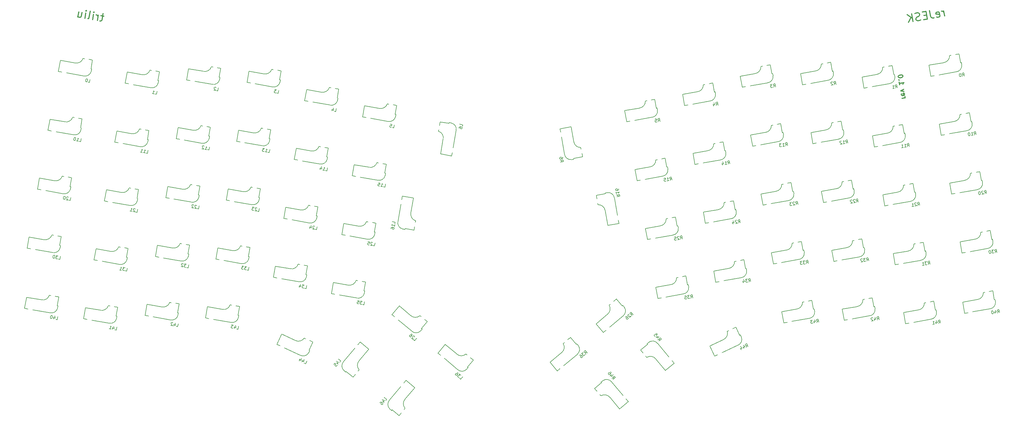
<source format=gbo>
G04 #@! TF.GenerationSoftware,KiCad,Pcbnew,8.0.3*
G04 #@! TF.CreationDate,2024-07-15T09:39:08-04:00*
G04 #@! TF.ProjectId,reJESK,72654a45-534b-42e6-9b69-6361645f7063,1.0*
G04 #@! TF.SameCoordinates,Original*
G04 #@! TF.FileFunction,Legend,Bot*
G04 #@! TF.FilePolarity,Positive*
%FSLAX46Y46*%
G04 Gerber Fmt 4.6, Leading zero omitted, Abs format (unit mm)*
G04 Created by KiCad (PCBNEW 8.0.3) date 2024-07-15 09:39:08*
%MOMM*%
%LPD*%
G01*
G04 APERTURE LIST*
%ADD10C,0.300000*%
%ADD11C,0.150000*%
G04 APERTURE END LIST*
D10*
X345540137Y-50772996D02*
X345250723Y-49131650D01*
X345333413Y-49600606D02*
X345174829Y-49386800D01*
X345174829Y-49386800D02*
X345036917Y-49290234D01*
X345036917Y-49290234D02*
X344781767Y-49214340D01*
X344781767Y-49214340D02*
X344547289Y-49255684D01*
X343057445Y-51089878D02*
X343312595Y-51165772D01*
X343312595Y-51165772D02*
X343781552Y-51083082D01*
X343781552Y-51083082D02*
X343995357Y-50924498D01*
X343995357Y-50924498D02*
X344071251Y-50669348D01*
X344071251Y-50669348D02*
X343905872Y-49731436D01*
X343905872Y-49731436D02*
X343747288Y-49517630D01*
X343747288Y-49517630D02*
X343492138Y-49441736D01*
X343492138Y-49441736D02*
X343023182Y-49524426D01*
X343023182Y-49524426D02*
X342809376Y-49683009D01*
X342809376Y-49683009D02*
X342733482Y-49938160D01*
X342733482Y-49938160D02*
X342774827Y-50172638D01*
X342774827Y-50172638D02*
X343988562Y-50200392D01*
X340768173Y-49075856D02*
X341078259Y-50834441D01*
X341078259Y-50834441D02*
X341257515Y-51165486D01*
X341257515Y-51165486D02*
X341533338Y-51358619D01*
X341533338Y-51358619D02*
X341905727Y-51413841D01*
X341905727Y-51413841D02*
X342140205Y-51372496D01*
X339802507Y-50454970D02*
X338981833Y-50599677D01*
X338857513Y-51951323D02*
X340029903Y-51744599D01*
X340029903Y-51744599D02*
X339595783Y-49282580D01*
X339595783Y-49282580D02*
X338423392Y-49489304D01*
X337898928Y-51999463D02*
X337567883Y-52178720D01*
X337567883Y-52178720D02*
X336981688Y-52282082D01*
X336981688Y-52282082D02*
X336726538Y-52206187D01*
X336726538Y-52206187D02*
X336588626Y-52109621D01*
X336588626Y-52109621D02*
X336430043Y-51895815D01*
X336430043Y-51895815D02*
X336388698Y-51661337D01*
X336388698Y-51661337D02*
X336464592Y-51406187D01*
X336464592Y-51406187D02*
X336561159Y-51268275D01*
X336561159Y-51268275D02*
X336774964Y-51109691D01*
X336774964Y-51109691D02*
X337223248Y-50909763D01*
X337223248Y-50909763D02*
X337437054Y-50751179D01*
X337437054Y-50751179D02*
X337533620Y-50613267D01*
X337533620Y-50613267D02*
X337609514Y-50358117D01*
X337609514Y-50358117D02*
X337568170Y-50123639D01*
X337568170Y-50123639D02*
X337409586Y-49909833D01*
X337409586Y-49909833D02*
X337271674Y-49813267D01*
X337271674Y-49813267D02*
X337016524Y-49737373D01*
X337016524Y-49737373D02*
X336430329Y-49840735D01*
X336430329Y-49840735D02*
X336099284Y-50019991D01*
X335457581Y-52550823D02*
X335023461Y-50088803D01*
X334050713Y-52798892D02*
X334857796Y-51205972D01*
X333616593Y-50336872D02*
X335271530Y-51495672D01*
X78163888Y-50836758D02*
X77225976Y-50671379D01*
X77956878Y-49954068D02*
X77584775Y-52064370D01*
X77584775Y-52064370D02*
X77426191Y-52278176D01*
X77426191Y-52278176D02*
X77171040Y-52354070D01*
X77171040Y-52354070D02*
X76936562Y-52312725D01*
X76115890Y-52168019D02*
X76405303Y-50526672D01*
X76322614Y-50995629D02*
X76246719Y-50740478D01*
X76246719Y-50740478D02*
X76150153Y-50602567D01*
X76150153Y-50602567D02*
X75936347Y-50443983D01*
X75936347Y-50443983D02*
X75701869Y-50402638D01*
X74591782Y-51899278D02*
X74881196Y-50257931D01*
X75025903Y-49437258D02*
X75122469Y-49575170D01*
X75122469Y-49575170D02*
X74984558Y-49671736D01*
X74984558Y-49671736D02*
X74887991Y-49533825D01*
X74887991Y-49533825D02*
X75025903Y-49437258D01*
X75025903Y-49437258D02*
X74984558Y-49671736D01*
X73067675Y-51630536D02*
X73322826Y-51554642D01*
X73322826Y-51554642D02*
X73481410Y-51340836D01*
X73481410Y-51340836D02*
X73853513Y-49230534D01*
X72129763Y-51465157D02*
X72419177Y-49823811D01*
X72563883Y-49003138D02*
X72660450Y-49141049D01*
X72660450Y-49141049D02*
X72522539Y-49237616D01*
X72522539Y-49237616D02*
X72425972Y-49099704D01*
X72425972Y-49099704D02*
X72563883Y-49003138D01*
X72563883Y-49003138D02*
X72522539Y-49237616D01*
X70191636Y-49431035D02*
X69902222Y-51072381D01*
X71246787Y-49617087D02*
X71019390Y-50906716D01*
X71019390Y-50906716D02*
X70860806Y-51120522D01*
X70860806Y-51120522D02*
X70605656Y-51196416D01*
X70605656Y-51196416D02*
X70253939Y-51134399D01*
X70253939Y-51134399D02*
X70040133Y-50975815D01*
X70040133Y-50975815D02*
X69943567Y-50837903D01*
X332009121Y-77013913D02*
X332993929Y-76840265D01*
X332712555Y-76889879D02*
X332840839Y-76794729D01*
X332840839Y-76794729D02*
X332898779Y-76711982D01*
X332898779Y-76711982D02*
X332944315Y-76558892D01*
X332944315Y-76558892D02*
X332919508Y-76418205D01*
X331818992Y-75524299D02*
X331773456Y-75677389D01*
X331773456Y-75677389D02*
X331823070Y-75958763D01*
X331823070Y-75958763D02*
X331918220Y-76087046D01*
X331918220Y-76087046D02*
X332071310Y-76132583D01*
X332071310Y-76132583D02*
X332634058Y-76033355D01*
X332634058Y-76033355D02*
X332762341Y-75938205D01*
X332762341Y-75938205D02*
X332807877Y-75785114D01*
X332807877Y-75785114D02*
X332758264Y-75503741D01*
X332758264Y-75503741D02*
X332663113Y-75375457D01*
X332663113Y-75375457D02*
X332510023Y-75329921D01*
X332510023Y-75329921D02*
X332369336Y-75354728D01*
X332369336Y-75354728D02*
X332352684Y-76082969D01*
X332634229Y-74800307D02*
X331587404Y-74622238D01*
X331587404Y-74622238D02*
X332510195Y-74096873D01*
X331091267Y-71808502D02*
X331240108Y-72652623D01*
X331165687Y-72230562D02*
X332642899Y-71970090D01*
X332642899Y-71970090D02*
X332456676Y-72147987D01*
X332456676Y-72147987D02*
X332340796Y-72313481D01*
X332340796Y-72313481D02*
X332295259Y-72466571D01*
X331120323Y-71150605D02*
X331037576Y-71092665D01*
X331037576Y-71092665D02*
X330979636Y-71175412D01*
X330979636Y-71175412D02*
X331062383Y-71233352D01*
X331062383Y-71233352D02*
X331120323Y-71150605D01*
X331120323Y-71150605D02*
X330979636Y-71175412D01*
X332283199Y-69930131D02*
X332258392Y-69789445D01*
X332258392Y-69789445D02*
X332163242Y-69661161D01*
X332163242Y-69661161D02*
X332080495Y-69603221D01*
X332080495Y-69603221D02*
X331927405Y-69557685D01*
X331927405Y-69557685D02*
X331633628Y-69536955D01*
X331633628Y-69536955D02*
X331281911Y-69598972D01*
X331281911Y-69598972D02*
X331012941Y-69718929D01*
X331012941Y-69718929D02*
X330884657Y-69814080D01*
X330884657Y-69814080D02*
X330826717Y-69896827D01*
X330826717Y-69896827D02*
X330781181Y-70049917D01*
X330781181Y-70049917D02*
X330805988Y-70190604D01*
X330805988Y-70190604D02*
X330901138Y-70318887D01*
X330901138Y-70318887D02*
X330983885Y-70376827D01*
X330983885Y-70376827D02*
X331136975Y-70422364D01*
X331136975Y-70422364D02*
X331430752Y-70443093D01*
X331430752Y-70443093D02*
X331782469Y-70381076D01*
X331782469Y-70381076D02*
X332051439Y-70261119D01*
X332051439Y-70261119D02*
X332179723Y-70165969D01*
X332179723Y-70165969D02*
X332237663Y-70083222D01*
X332237663Y-70083222D02*
X332283199Y-69930131D01*
D11*
X73174685Y-71844078D02*
X73643641Y-71926768D01*
X73643641Y-71926768D02*
X73817290Y-70941960D01*
X72832482Y-70768312D02*
X72738690Y-70751774D01*
X72738690Y-70751774D02*
X72636630Y-70782132D01*
X72636630Y-70782132D02*
X72581466Y-70820758D01*
X72581466Y-70820758D02*
X72518032Y-70906280D01*
X72518032Y-70906280D02*
X72438061Y-71085594D01*
X72438061Y-71085594D02*
X72396716Y-71320072D01*
X72396716Y-71320072D02*
X72410536Y-71515923D01*
X72410536Y-71515923D02*
X72440893Y-71617983D01*
X72440893Y-71617983D02*
X72479520Y-71673148D01*
X72479520Y-71673148D02*
X72565042Y-71736582D01*
X72565042Y-71736582D02*
X72658833Y-71753120D01*
X72658833Y-71753120D02*
X72760894Y-71722762D01*
X72760894Y-71722762D02*
X72816058Y-71684135D01*
X72816058Y-71684135D02*
X72879492Y-71598613D01*
X72879492Y-71598613D02*
X72959463Y-71419299D01*
X72959463Y-71419299D02*
X73000808Y-71184821D01*
X73000808Y-71184821D02*
X72986988Y-70988970D01*
X72986988Y-70988970D02*
X72956630Y-70886910D01*
X72956630Y-70886910D02*
X72918004Y-70831745D01*
X72918004Y-70831745D02*
X72832482Y-70768312D01*
X70335643Y-90687356D02*
X70804599Y-90770045D01*
X70804599Y-90770045D02*
X70978247Y-89785238D01*
X69491522Y-90538514D02*
X70054269Y-90637742D01*
X69772895Y-90588128D02*
X69946544Y-89603321D01*
X69946544Y-89603321D02*
X70015528Y-89760545D01*
X70015528Y-89760545D02*
X70092781Y-89870874D01*
X70092781Y-89870874D02*
X70178303Y-89934308D01*
X69055527Y-89446210D02*
X68961736Y-89429672D01*
X68961736Y-89429672D02*
X68859676Y-89460030D01*
X68859676Y-89460030D02*
X68804511Y-89498657D01*
X68804511Y-89498657D02*
X68741077Y-89584179D01*
X68741077Y-89584179D02*
X68661106Y-89763492D01*
X68661106Y-89763492D02*
X68619761Y-89997970D01*
X68619761Y-89997970D02*
X68633581Y-90193822D01*
X68633581Y-90193822D02*
X68663939Y-90295882D01*
X68663939Y-90295882D02*
X68702565Y-90351047D01*
X68702565Y-90351047D02*
X68788088Y-90414480D01*
X68788088Y-90414480D02*
X68881879Y-90431018D01*
X68881879Y-90431018D02*
X68983939Y-90400660D01*
X68983939Y-90400660D02*
X69039104Y-90362034D01*
X69039104Y-90362034D02*
X69102537Y-90276511D01*
X69102537Y-90276511D02*
X69182509Y-90097198D01*
X69182509Y-90097198D02*
X69223853Y-89862720D01*
X69223853Y-89862720D02*
X69210034Y-89666869D01*
X69210034Y-89666869D02*
X69179676Y-89564808D01*
X69179676Y-89564808D02*
X69141049Y-89509644D01*
X69141049Y-89509644D02*
X69055527Y-89446210D01*
X67027646Y-109447942D02*
X67496602Y-109530631D01*
X67496602Y-109530631D02*
X67670250Y-108545824D01*
X66903382Y-108507311D02*
X66864756Y-108452147D01*
X66864756Y-108452147D02*
X66779233Y-108388713D01*
X66779233Y-108388713D02*
X66544755Y-108347369D01*
X66544755Y-108347369D02*
X66442695Y-108377726D01*
X66442695Y-108377726D02*
X66387531Y-108416353D01*
X66387531Y-108416353D02*
X66324097Y-108501875D01*
X66324097Y-108501875D02*
X66307559Y-108595666D01*
X66307559Y-108595666D02*
X66329648Y-108744622D01*
X66329648Y-108744622D02*
X66793168Y-109406597D01*
X66793168Y-109406597D02*
X66183525Y-109299100D01*
X65747530Y-108206796D02*
X65653739Y-108190258D01*
X65653739Y-108190258D02*
X65551679Y-108220616D01*
X65551679Y-108220616D02*
X65496514Y-108259243D01*
X65496514Y-108259243D02*
X65433080Y-108344765D01*
X65433080Y-108344765D02*
X65353109Y-108524078D01*
X65353109Y-108524078D02*
X65311764Y-108758556D01*
X65311764Y-108758556D02*
X65325584Y-108954408D01*
X65325584Y-108954408D02*
X65355942Y-109056468D01*
X65355942Y-109056468D02*
X65394568Y-109111633D01*
X65394568Y-109111633D02*
X65480091Y-109175066D01*
X65480091Y-109175066D02*
X65573882Y-109191604D01*
X65573882Y-109191604D02*
X65675942Y-109161246D01*
X65675942Y-109161246D02*
X65731107Y-109122620D01*
X65731107Y-109122620D02*
X65794540Y-109037097D01*
X65794540Y-109037097D02*
X65874512Y-108857784D01*
X65874512Y-108857784D02*
X65915856Y-108623306D01*
X65915856Y-108623306D02*
X65902037Y-108427455D01*
X65902037Y-108427455D02*
X65871679Y-108325394D01*
X65871679Y-108325394D02*
X65833052Y-108270230D01*
X65833052Y-108270230D02*
X65747530Y-108206796D01*
X63719648Y-128208528D02*
X64188604Y-128291217D01*
X64188604Y-128291217D02*
X64362252Y-127306410D01*
X63658818Y-127182375D02*
X63049175Y-127074879D01*
X63049175Y-127074879D02*
X63311292Y-127507926D01*
X63311292Y-127507926D02*
X63170606Y-127483119D01*
X63170606Y-127483119D02*
X63068545Y-127513477D01*
X63068545Y-127513477D02*
X63013381Y-127552104D01*
X63013381Y-127552104D02*
X62949947Y-127637626D01*
X62949947Y-127637626D02*
X62908603Y-127872104D01*
X62908603Y-127872104D02*
X62938960Y-127974164D01*
X62938960Y-127974164D02*
X62977587Y-128029329D01*
X62977587Y-128029329D02*
X63063109Y-128092762D01*
X63063109Y-128092762D02*
X63344483Y-128142376D01*
X63344483Y-128142376D02*
X63446543Y-128112018D01*
X63446543Y-128112018D02*
X63501708Y-128073392D01*
X62439532Y-126967382D02*
X62345741Y-126950844D01*
X62345741Y-126950844D02*
X62243681Y-126981202D01*
X62243681Y-126981202D02*
X62188516Y-127019829D01*
X62188516Y-127019829D02*
X62125082Y-127105351D01*
X62125082Y-127105351D02*
X62045111Y-127284664D01*
X62045111Y-127284664D02*
X62003766Y-127519142D01*
X62003766Y-127519142D02*
X62017586Y-127714994D01*
X62017586Y-127714994D02*
X62047944Y-127817054D01*
X62047944Y-127817054D02*
X62086570Y-127872219D01*
X62086570Y-127872219D02*
X62172093Y-127935652D01*
X62172093Y-127935652D02*
X62265884Y-127952190D01*
X62265884Y-127952190D02*
X62367944Y-127921832D01*
X62367944Y-127921832D02*
X62423109Y-127883206D01*
X62423109Y-127883206D02*
X62486542Y-127797683D01*
X62486542Y-127797683D02*
X62566514Y-127618370D01*
X62566514Y-127618370D02*
X62607858Y-127383892D01*
X62607858Y-127383892D02*
X62594039Y-127188041D01*
X62594039Y-127188041D02*
X62563681Y-127085980D01*
X62563681Y-127085980D02*
X62525054Y-127030816D01*
X62525054Y-127030816D02*
X62439532Y-126967382D01*
X351226049Y-69965091D02*
X351471629Y-69438252D01*
X351788796Y-69865863D02*
X351615148Y-68881055D01*
X351615148Y-68881055D02*
X351239983Y-68947207D01*
X351239983Y-68947207D02*
X351154461Y-69010640D01*
X351154461Y-69010640D02*
X351115835Y-69065805D01*
X351115835Y-69065805D02*
X351085477Y-69167865D01*
X351085477Y-69167865D02*
X351110284Y-69308552D01*
X351110284Y-69308552D02*
X351173717Y-69394074D01*
X351173717Y-69394074D02*
X351228882Y-69432701D01*
X351228882Y-69432701D02*
X351330942Y-69463059D01*
X351330942Y-69463059D02*
X351706107Y-69396907D01*
X350442758Y-69087779D02*
X350348967Y-69104317D01*
X350348967Y-69104317D02*
X350263445Y-69167751D01*
X350263445Y-69167751D02*
X350224818Y-69222915D01*
X350224818Y-69222915D02*
X350194460Y-69324975D01*
X350194460Y-69324975D02*
X350180641Y-69520827D01*
X350180641Y-69520827D02*
X350221985Y-69755305D01*
X350221985Y-69755305D02*
X350301957Y-69934618D01*
X350301957Y-69934618D02*
X350365390Y-70020141D01*
X350365390Y-70020141D02*
X350420555Y-70058767D01*
X350420555Y-70058767D02*
X350522615Y-70089125D01*
X350522615Y-70089125D02*
X350616406Y-70072587D01*
X350616406Y-70072587D02*
X350701929Y-70009154D01*
X350701929Y-70009154D02*
X350740555Y-69953989D01*
X350740555Y-69953989D02*
X350770913Y-69851929D01*
X350770913Y-69851929D02*
X350784733Y-69656077D01*
X350784733Y-69656077D02*
X350743388Y-69421599D01*
X350743388Y-69421599D02*
X350663416Y-69242286D01*
X350663416Y-69242286D02*
X350599983Y-69156764D01*
X350599983Y-69156764D02*
X350544818Y-69118137D01*
X350544818Y-69118137D02*
X350442758Y-69087779D01*
X355003003Y-88642990D02*
X355248582Y-88116151D01*
X355565750Y-88543762D02*
X355392102Y-87558955D01*
X355392102Y-87558955D02*
X355016937Y-87625106D01*
X355016937Y-87625106D02*
X354931415Y-87688540D01*
X354931415Y-87688540D02*
X354892788Y-87743704D01*
X354892788Y-87743704D02*
X354862430Y-87845765D01*
X354862430Y-87845765D02*
X354887237Y-87986451D01*
X354887237Y-87986451D02*
X354950671Y-88071974D01*
X354950671Y-88071974D02*
X355005835Y-88110600D01*
X355005835Y-88110600D02*
X355107896Y-88140958D01*
X355107896Y-88140958D02*
X355483060Y-88074806D01*
X354065091Y-88808369D02*
X354627838Y-88709142D01*
X354346464Y-88758755D02*
X354172816Y-87773948D01*
X354172816Y-87773948D02*
X354291414Y-87898096D01*
X354291414Y-87898096D02*
X354401743Y-87975350D01*
X354401743Y-87975350D02*
X354503803Y-88005707D01*
X353281799Y-87931058D02*
X353188008Y-87947596D01*
X353188008Y-87947596D02*
X353102486Y-88011029D01*
X353102486Y-88011029D02*
X353063859Y-88066194D01*
X353063859Y-88066194D02*
X353033502Y-88168254D01*
X353033502Y-88168254D02*
X353019682Y-88364105D01*
X353019682Y-88364105D02*
X353061027Y-88598583D01*
X353061027Y-88598583D02*
X353140998Y-88777897D01*
X353140998Y-88777897D02*
X353204432Y-88863419D01*
X353204432Y-88863419D02*
X353259596Y-88902046D01*
X353259596Y-88902046D02*
X353361656Y-88932403D01*
X353361656Y-88932403D02*
X353455448Y-88915866D01*
X353455448Y-88915866D02*
X353540970Y-88852432D01*
X353540970Y-88852432D02*
X353579597Y-88797267D01*
X353579597Y-88797267D02*
X353609954Y-88695207D01*
X353609954Y-88695207D02*
X353623774Y-88499356D01*
X353623774Y-88499356D02*
X353582429Y-88264878D01*
X353582429Y-88264878D02*
X353502458Y-88085564D01*
X353502458Y-88085564D02*
X353439024Y-88000042D01*
X353439024Y-88000042D02*
X353383860Y-87961415D01*
X353383860Y-87961415D02*
X353281799Y-87931058D01*
X361619000Y-126164161D02*
X361864579Y-125637322D01*
X362181747Y-126064933D02*
X362008099Y-125080126D01*
X362008099Y-125080126D02*
X361632934Y-125146277D01*
X361632934Y-125146277D02*
X361547412Y-125209711D01*
X361547412Y-125209711D02*
X361508785Y-125264875D01*
X361508785Y-125264875D02*
X361478427Y-125366936D01*
X361478427Y-125366936D02*
X361503234Y-125507622D01*
X361503234Y-125507622D02*
X361566668Y-125593145D01*
X361566668Y-125593145D02*
X361621832Y-125631771D01*
X361621832Y-125631771D02*
X361723893Y-125662129D01*
X361723893Y-125662129D02*
X362099057Y-125595977D01*
X361117082Y-125237236D02*
X360507439Y-125344732D01*
X360507439Y-125344732D02*
X360901860Y-125662014D01*
X360901860Y-125662014D02*
X360761174Y-125686821D01*
X360761174Y-125686821D02*
X360675651Y-125750255D01*
X360675651Y-125750255D02*
X360637025Y-125805419D01*
X360637025Y-125805419D02*
X360606667Y-125907480D01*
X360606667Y-125907480D02*
X360648012Y-126141958D01*
X360648012Y-126141958D02*
X360711445Y-126227480D01*
X360711445Y-126227480D02*
X360766610Y-126266107D01*
X360766610Y-126266107D02*
X360868670Y-126296464D01*
X360868670Y-126296464D02*
X361150044Y-126246850D01*
X361150044Y-126246850D02*
X361235566Y-126183417D01*
X361235566Y-126183417D02*
X361274193Y-126128252D01*
X359897796Y-125452229D02*
X359804005Y-125468767D01*
X359804005Y-125468767D02*
X359718483Y-125532200D01*
X359718483Y-125532200D02*
X359679856Y-125587365D01*
X359679856Y-125587365D02*
X359649499Y-125689425D01*
X359649499Y-125689425D02*
X359635679Y-125885276D01*
X359635679Y-125885276D02*
X359677024Y-126119754D01*
X359677024Y-126119754D02*
X359756995Y-126299068D01*
X359756995Y-126299068D02*
X359820429Y-126384590D01*
X359820429Y-126384590D02*
X359875593Y-126423217D01*
X359875593Y-126423217D02*
X359977653Y-126453574D01*
X359977653Y-126453574D02*
X360071445Y-126437037D01*
X360071445Y-126437037D02*
X360156967Y-126373603D01*
X360156967Y-126373603D02*
X360195594Y-126318438D01*
X360195594Y-126318438D02*
X360225951Y-126216378D01*
X360225951Y-126216378D02*
X360239771Y-126020527D01*
X360239771Y-126020527D02*
X360198426Y-125786049D01*
X360198426Y-125786049D02*
X360118455Y-125606735D01*
X360118455Y-125606735D02*
X360055021Y-125521213D01*
X360055021Y-125521213D02*
X359999857Y-125482586D01*
X359999857Y-125482586D02*
X359897796Y-125452229D01*
X358311002Y-107403577D02*
X358556581Y-106876738D01*
X358873749Y-107304349D02*
X358700101Y-106319542D01*
X358700101Y-106319542D02*
X358324936Y-106385693D01*
X358324936Y-106385693D02*
X358239414Y-106449127D01*
X358239414Y-106449127D02*
X358200787Y-106504291D01*
X358200787Y-106504291D02*
X358170429Y-106606352D01*
X358170429Y-106606352D02*
X358195236Y-106747038D01*
X358195236Y-106747038D02*
X358258670Y-106832561D01*
X358258670Y-106832561D02*
X358313834Y-106871187D01*
X358313834Y-106871187D02*
X358415895Y-106901545D01*
X358415895Y-106901545D02*
X358791059Y-106835393D01*
X357778727Y-106578712D02*
X357723562Y-106540085D01*
X357723562Y-106540085D02*
X357621502Y-106509728D01*
X357621502Y-106509728D02*
X357387024Y-106551072D01*
X357387024Y-106551072D02*
X357301502Y-106614506D01*
X357301502Y-106614506D02*
X357262875Y-106669671D01*
X357262875Y-106669671D02*
X357232517Y-106771731D01*
X357232517Y-106771731D02*
X357249055Y-106865522D01*
X357249055Y-106865522D02*
X357320758Y-106997940D01*
X357320758Y-106997940D02*
X357982732Y-107461460D01*
X357982732Y-107461460D02*
X357373090Y-107568956D01*
X356589798Y-106691645D02*
X356496007Y-106708183D01*
X356496007Y-106708183D02*
X356410485Y-106771616D01*
X356410485Y-106771616D02*
X356371858Y-106826781D01*
X356371858Y-106826781D02*
X356341501Y-106928841D01*
X356341501Y-106928841D02*
X356327681Y-107124692D01*
X356327681Y-107124692D02*
X356369026Y-107359170D01*
X356369026Y-107359170D02*
X356448997Y-107538484D01*
X356448997Y-107538484D02*
X356512431Y-107624006D01*
X356512431Y-107624006D02*
X356567595Y-107662633D01*
X356567595Y-107662633D02*
X356669655Y-107692990D01*
X356669655Y-107692990D02*
X356763447Y-107676453D01*
X356763447Y-107676453D02*
X356848969Y-107613019D01*
X356848969Y-107613019D02*
X356887596Y-107557854D01*
X356887596Y-107557854D02*
X356917953Y-107455794D01*
X356917953Y-107455794D02*
X356931773Y-107259943D01*
X356931773Y-107259943D02*
X356890428Y-107025465D01*
X356890428Y-107025465D02*
X356810457Y-106846151D01*
X356810457Y-106846151D02*
X356747023Y-106760629D01*
X356747023Y-106760629D02*
X356691859Y-106722002D01*
X356691859Y-106722002D02*
X356589798Y-106691645D01*
X141886664Y-161328377D02*
X142318239Y-161529624D01*
X142318239Y-161529624D02*
X142740858Y-160623316D01*
X141477889Y-160402177D02*
X141196144Y-161006382D01*
X141854674Y-160157540D02*
X141768592Y-160905526D01*
X141768592Y-160905526D02*
X141207544Y-160643905D01*
X140614739Y-159999683D02*
X140332994Y-160603888D01*
X140991524Y-159755046D02*
X140905441Y-160503032D01*
X140905441Y-160503032D02*
X140344394Y-160241412D01*
X94436683Y-75593143D02*
X94905639Y-75675833D01*
X94905639Y-75675833D02*
X95079288Y-74691025D01*
X93592562Y-75444302D02*
X94155309Y-75543529D01*
X93873936Y-75493916D02*
X94047584Y-74509108D01*
X94047584Y-74509108D02*
X94116568Y-74666333D01*
X94116568Y-74666333D02*
X94193822Y-74776662D01*
X94193822Y-74776662D02*
X94279344Y-74840095D01*
X113969137Y-74523670D02*
X114438093Y-74606360D01*
X114438093Y-74606360D02*
X114611742Y-73621552D01*
X113844874Y-73583040D02*
X113806247Y-73527875D01*
X113806247Y-73527875D02*
X113720725Y-73464442D01*
X113720725Y-73464442D02*
X113486247Y-73423097D01*
X113486247Y-73423097D02*
X113384187Y-73453455D01*
X113384187Y-73453455D02*
X113329022Y-73492081D01*
X113329022Y-73492081D02*
X113265588Y-73577603D01*
X113265588Y-73577603D02*
X113249051Y-73671395D01*
X113249051Y-73671395D02*
X113271139Y-73820350D01*
X113271139Y-73820350D02*
X113734659Y-74482325D01*
X113734659Y-74482325D02*
X113125016Y-74374829D01*
X133170791Y-75330255D02*
X133639747Y-75412945D01*
X133639747Y-75412945D02*
X133813396Y-74428137D01*
X133109961Y-74304103D02*
X132500318Y-74196606D01*
X132500318Y-74196606D02*
X132762436Y-74629654D01*
X132762436Y-74629654D02*
X132621749Y-74604847D01*
X132621749Y-74604847D02*
X132519689Y-74635204D01*
X132519689Y-74635204D02*
X132464524Y-74673831D01*
X132464524Y-74673831D02*
X132401091Y-74759353D01*
X132401091Y-74759353D02*
X132359746Y-74993831D01*
X132359746Y-74993831D02*
X132390104Y-75095892D01*
X132390104Y-75095892D02*
X132428730Y-75151056D01*
X132428730Y-75151056D02*
X132514253Y-75214490D01*
X132514253Y-75214490D02*
X132795626Y-75264103D01*
X132795626Y-75264103D02*
X132897686Y-75233746D01*
X132897686Y-75233746D02*
X132952851Y-75195119D01*
X151490312Y-81139666D02*
X151959268Y-81222356D01*
X151959268Y-81222356D02*
X152132917Y-80237548D01*
X150855748Y-80350824D02*
X150739982Y-81007363D01*
X151156378Y-80017004D02*
X151266821Y-80761783D01*
X151266821Y-80761783D02*
X150657178Y-80654287D01*
X169920100Y-86323721D02*
X170389056Y-86406411D01*
X170389056Y-86406411D02*
X170562705Y-85421603D01*
X169296523Y-85198341D02*
X169765479Y-85281031D01*
X169765479Y-85281031D02*
X169729685Y-85758256D01*
X169729685Y-85758256D02*
X169691058Y-85703091D01*
X169691058Y-85703091D02*
X169605536Y-85639658D01*
X169605536Y-85639658D02*
X169371058Y-85598313D01*
X169371058Y-85598313D02*
X169268998Y-85628670D01*
X169268998Y-85628670D02*
X169213833Y-85667297D01*
X169213833Y-85667297D02*
X169150400Y-85752819D01*
X169150400Y-85752819D02*
X169109055Y-85987297D01*
X169109055Y-85987297D02*
X169139413Y-86089358D01*
X169139413Y-86089358D02*
X169178039Y-86144522D01*
X169178039Y-86144522D02*
X169263562Y-86207956D01*
X169263562Y-86207956D02*
X169498040Y-86249300D01*
X169498040Y-86249300D02*
X169600100Y-86218943D01*
X169600100Y-86218943D02*
X169655264Y-86180316D01*
X91597642Y-94436420D02*
X92066598Y-94519109D01*
X92066598Y-94519109D02*
X92240246Y-93534302D01*
X90753521Y-94287578D02*
X91316268Y-94386806D01*
X91034894Y-94337192D02*
X91208543Y-93352385D01*
X91208543Y-93352385D02*
X91277527Y-93509609D01*
X91277527Y-93509609D02*
X91354780Y-93619938D01*
X91354780Y-93619938D02*
X91440302Y-93683372D01*
X89815609Y-94122199D02*
X90378356Y-94221427D01*
X90096982Y-94171813D02*
X90270630Y-93187005D01*
X90270630Y-93187005D02*
X90339615Y-93344230D01*
X90339615Y-93344230D02*
X90416868Y-93454559D01*
X90416868Y-93454559D02*
X90502390Y-93517993D01*
X111130095Y-93366948D02*
X111599051Y-93449637D01*
X111599051Y-93449637D02*
X111772699Y-92464830D01*
X110285974Y-93218106D02*
X110848721Y-93317334D01*
X110567347Y-93267720D02*
X110740996Y-92282913D01*
X110740996Y-92282913D02*
X110809980Y-92440137D01*
X110809980Y-92440137D02*
X110887233Y-92550466D01*
X110887233Y-92550466D02*
X110972755Y-92613900D01*
X110067919Y-92260938D02*
X110029292Y-92205774D01*
X110029292Y-92205774D02*
X109943770Y-92142340D01*
X109943770Y-92142340D02*
X109709292Y-92100995D01*
X109709292Y-92100995D02*
X109607232Y-92131353D01*
X109607232Y-92131353D02*
X109552067Y-92169980D01*
X109552067Y-92169980D02*
X109488634Y-92255502D01*
X109488634Y-92255502D02*
X109472096Y-92349293D01*
X109472096Y-92349293D02*
X109494185Y-92498249D01*
X109494185Y-92498249D02*
X109957704Y-93160224D01*
X109957704Y-93160224D02*
X109348062Y-93052727D01*
X130331750Y-94173534D02*
X130800706Y-94256223D01*
X130800706Y-94256223D02*
X130974354Y-93271416D01*
X129487629Y-94024692D02*
X130050376Y-94123920D01*
X129769002Y-94074306D02*
X129942651Y-93089499D01*
X129942651Y-93089499D02*
X130011635Y-93246723D01*
X130011635Y-93246723D02*
X130088888Y-93357052D01*
X130088888Y-93357052D02*
X130174410Y-93420486D01*
X129333008Y-92982002D02*
X128723365Y-92874506D01*
X128723365Y-92874506D02*
X128985482Y-93307553D01*
X128985482Y-93307553D02*
X128844795Y-93282746D01*
X128844795Y-93282746D02*
X128742735Y-93313104D01*
X128742735Y-93313104D02*
X128687571Y-93351731D01*
X128687571Y-93351731D02*
X128624137Y-93437253D01*
X128624137Y-93437253D02*
X128582792Y-93671731D01*
X128582792Y-93671731D02*
X128613150Y-93773791D01*
X128613150Y-93773791D02*
X128651777Y-93828956D01*
X128651777Y-93828956D02*
X128737299Y-93892389D01*
X128737299Y-93892389D02*
X129018673Y-93942003D01*
X129018673Y-93942003D02*
X129120733Y-93911645D01*
X129120733Y-93911645D02*
X129175897Y-93873019D01*
X148651271Y-99982942D02*
X149120227Y-100065631D01*
X149120227Y-100065631D02*
X149293875Y-99080824D01*
X147807150Y-99834100D02*
X148369897Y-99933328D01*
X148088523Y-99883714D02*
X148262172Y-98898907D01*
X148262172Y-98898907D02*
X148331156Y-99056131D01*
X148331156Y-99056131D02*
X148408409Y-99166460D01*
X148408409Y-99166460D02*
X148493931Y-99229894D01*
X147078794Y-99028721D02*
X146963029Y-99685259D01*
X147379424Y-98694901D02*
X147489868Y-99439680D01*
X147489868Y-99439680D02*
X146880225Y-99332183D01*
X167081060Y-105167000D02*
X167550016Y-105249689D01*
X167550016Y-105249689D02*
X167723664Y-104264882D01*
X166236939Y-105018158D02*
X166799686Y-105117386D01*
X166518312Y-105067772D02*
X166691961Y-104082965D01*
X166691961Y-104082965D02*
X166760945Y-104240189D01*
X166760945Y-104240189D02*
X166838198Y-104350518D01*
X166838198Y-104350518D02*
X166923720Y-104413952D01*
X165519570Y-103876240D02*
X165988526Y-103958930D01*
X165988526Y-103958930D02*
X165952732Y-104436155D01*
X165952732Y-104436155D02*
X165914106Y-104380991D01*
X165914106Y-104380991D02*
X165828583Y-104317557D01*
X165828583Y-104317557D02*
X165594105Y-104276212D01*
X165594105Y-104276212D02*
X165492045Y-104306570D01*
X165492045Y-104306570D02*
X165436881Y-104345197D01*
X165436881Y-104345197D02*
X165373447Y-104430719D01*
X165373447Y-104430719D02*
X165332102Y-104665197D01*
X165332102Y-104665197D02*
X165362460Y-104767257D01*
X165362460Y-104767257D02*
X165401087Y-104822422D01*
X165401087Y-104822422D02*
X165486609Y-104885855D01*
X165486609Y-104885855D02*
X165721087Y-104927200D01*
X165721087Y-104927200D02*
X165823147Y-104896842D01*
X165823147Y-104896842D02*
X165878312Y-104858216D01*
X170744669Y-116949501D02*
X170827358Y-116480545D01*
X170827358Y-116480545D02*
X169842551Y-116306897D01*
X170595827Y-117793622D02*
X170695055Y-117230875D01*
X170645441Y-117512249D02*
X169660634Y-117338600D01*
X169660634Y-117338600D02*
X169817858Y-117269616D01*
X169817858Y-117269616D02*
X169928187Y-117192363D01*
X169928187Y-117192363D02*
X169991621Y-117106841D01*
X169462178Y-118464095D02*
X169495254Y-118276513D01*
X169495254Y-118276513D02*
X169558688Y-118190990D01*
X169558688Y-118190990D02*
X169613852Y-118152364D01*
X169613852Y-118152364D02*
X169771077Y-118083379D01*
X169771077Y-118083379D02*
X169966929Y-118069560D01*
X169966929Y-118069560D02*
X170342093Y-118135711D01*
X170342093Y-118135711D02*
X170427616Y-118199145D01*
X170427616Y-118199145D02*
X170466242Y-118254309D01*
X170466242Y-118254309D02*
X170496600Y-118356370D01*
X170496600Y-118356370D02*
X170463524Y-118543952D01*
X170463524Y-118543952D02*
X170400091Y-118629474D01*
X170400091Y-118629474D02*
X170344926Y-118668101D01*
X170344926Y-118668101D02*
X170242866Y-118698459D01*
X170242866Y-118698459D02*
X170008388Y-118657114D01*
X170008388Y-118657114D02*
X169922866Y-118593680D01*
X169922866Y-118593680D02*
X169884239Y-118538516D01*
X169884239Y-118538516D02*
X169853881Y-118436456D01*
X169853881Y-118436456D02*
X169886957Y-118248873D01*
X169886957Y-118248873D02*
X169950391Y-118163351D01*
X169950391Y-118163351D02*
X170005555Y-118124724D01*
X170005555Y-118124724D02*
X170107615Y-118094367D01*
X88289645Y-113197006D02*
X88758601Y-113279695D01*
X88758601Y-113279695D02*
X88932249Y-112294888D01*
X88165381Y-112256375D02*
X88126755Y-112201211D01*
X88126755Y-112201211D02*
X88041232Y-112137777D01*
X88041232Y-112137777D02*
X87806754Y-112096433D01*
X87806754Y-112096433D02*
X87704694Y-112126790D01*
X87704694Y-112126790D02*
X87649530Y-112165417D01*
X87649530Y-112165417D02*
X87586096Y-112250939D01*
X87586096Y-112250939D02*
X87569558Y-112344730D01*
X87569558Y-112344730D02*
X87591647Y-112493686D01*
X87591647Y-112493686D02*
X88055167Y-113155661D01*
X88055167Y-113155661D02*
X87445524Y-113048164D01*
X86507612Y-112882785D02*
X87070359Y-112982013D01*
X86788985Y-112932399D02*
X86962633Y-111947591D01*
X86962633Y-111947591D02*
X87031618Y-112104816D01*
X87031618Y-112104816D02*
X87108871Y-112215145D01*
X87108871Y-112215145D02*
X87194393Y-112278579D01*
X107822099Y-112127534D02*
X108291055Y-112210223D01*
X108291055Y-112210223D02*
X108464703Y-111225416D01*
X107697835Y-111186903D02*
X107659209Y-111131739D01*
X107659209Y-111131739D02*
X107573686Y-111068305D01*
X107573686Y-111068305D02*
X107339208Y-111026961D01*
X107339208Y-111026961D02*
X107237148Y-111057318D01*
X107237148Y-111057318D02*
X107181984Y-111095945D01*
X107181984Y-111095945D02*
X107118550Y-111181467D01*
X107118550Y-111181467D02*
X107102012Y-111275258D01*
X107102012Y-111275258D02*
X107124101Y-111424214D01*
X107124101Y-111424214D02*
X107587621Y-112086189D01*
X107587621Y-112086189D02*
X106977978Y-111978692D01*
X106759923Y-111021524D02*
X106721296Y-110966360D01*
X106721296Y-110966360D02*
X106635774Y-110902926D01*
X106635774Y-110902926D02*
X106401296Y-110861581D01*
X106401296Y-110861581D02*
X106299236Y-110891939D01*
X106299236Y-110891939D02*
X106244071Y-110930566D01*
X106244071Y-110930566D02*
X106180638Y-111016088D01*
X106180638Y-111016088D02*
X106164100Y-111109879D01*
X106164100Y-111109879D02*
X106186189Y-111258835D01*
X106186189Y-111258835D02*
X106649708Y-111920810D01*
X106649708Y-111920810D02*
X106040066Y-111813313D01*
X127023753Y-112934119D02*
X127492709Y-113016808D01*
X127492709Y-113016808D02*
X127666357Y-112032001D01*
X126899489Y-111993488D02*
X126860863Y-111938324D01*
X126860863Y-111938324D02*
X126775340Y-111874890D01*
X126775340Y-111874890D02*
X126540862Y-111833546D01*
X126540862Y-111833546D02*
X126438802Y-111863903D01*
X126438802Y-111863903D02*
X126383638Y-111902530D01*
X126383638Y-111902530D02*
X126320204Y-111988052D01*
X126320204Y-111988052D02*
X126303666Y-112081843D01*
X126303666Y-112081843D02*
X126325755Y-112230799D01*
X126325755Y-112230799D02*
X126789275Y-112892774D01*
X126789275Y-112892774D02*
X126179632Y-112785277D01*
X126025011Y-111742587D02*
X125415368Y-111635091D01*
X125415368Y-111635091D02*
X125677485Y-112068138D01*
X125677485Y-112068138D02*
X125536798Y-112043331D01*
X125536798Y-112043331D02*
X125434738Y-112073689D01*
X125434738Y-112073689D02*
X125379574Y-112112316D01*
X125379574Y-112112316D02*
X125316140Y-112197838D01*
X125316140Y-112197838D02*
X125274795Y-112432316D01*
X125274795Y-112432316D02*
X125305153Y-112534376D01*
X125305153Y-112534376D02*
X125343780Y-112589541D01*
X125343780Y-112589541D02*
X125429302Y-112652974D01*
X125429302Y-112652974D02*
X125710676Y-112702588D01*
X125710676Y-112702588D02*
X125812736Y-112672230D01*
X125812736Y-112672230D02*
X125867900Y-112633604D01*
X145343274Y-118743527D02*
X145812230Y-118826216D01*
X145812230Y-118826216D02*
X145985878Y-117841409D01*
X145219010Y-117802896D02*
X145180384Y-117747732D01*
X145180384Y-117747732D02*
X145094861Y-117684298D01*
X145094861Y-117684298D02*
X144860383Y-117642954D01*
X144860383Y-117642954D02*
X144758323Y-117673311D01*
X144758323Y-117673311D02*
X144703159Y-117711938D01*
X144703159Y-117711938D02*
X144639725Y-117797460D01*
X144639725Y-117797460D02*
X144623187Y-117891251D01*
X144623187Y-117891251D02*
X144645276Y-118040207D01*
X144645276Y-118040207D02*
X145108796Y-118702182D01*
X145108796Y-118702182D02*
X144499153Y-118594685D01*
X143770797Y-117789306D02*
X143655032Y-118445844D01*
X144071427Y-117455486D02*
X144181871Y-118200265D01*
X144181871Y-118200265D02*
X143572228Y-118092768D01*
X163773061Y-123927585D02*
X164242017Y-124010274D01*
X164242017Y-124010274D02*
X164415665Y-123025467D01*
X163648797Y-122986954D02*
X163610171Y-122931790D01*
X163610171Y-122931790D02*
X163524648Y-122868356D01*
X163524648Y-122868356D02*
X163290170Y-122827012D01*
X163290170Y-122827012D02*
X163188110Y-122857369D01*
X163188110Y-122857369D02*
X163132946Y-122895996D01*
X163132946Y-122895996D02*
X163069512Y-122981518D01*
X163069512Y-122981518D02*
X163052974Y-123075309D01*
X163052974Y-123075309D02*
X163075063Y-123224265D01*
X163075063Y-123224265D02*
X163538583Y-123886240D01*
X163538583Y-123886240D02*
X162928940Y-123778743D01*
X162211571Y-122636825D02*
X162680527Y-122719515D01*
X162680527Y-122719515D02*
X162644733Y-123196740D01*
X162644733Y-123196740D02*
X162606107Y-123141576D01*
X162606107Y-123141576D02*
X162520584Y-123078142D01*
X162520584Y-123078142D02*
X162286106Y-123036797D01*
X162286106Y-123036797D02*
X162184046Y-123067155D01*
X162184046Y-123067155D02*
X162128882Y-123105782D01*
X162128882Y-123105782D02*
X162065448Y-123191304D01*
X162065448Y-123191304D02*
X162024103Y-123425782D01*
X162024103Y-123425782D02*
X162054461Y-123527842D01*
X162054461Y-123527842D02*
X162093088Y-123583007D01*
X162093088Y-123583007D02*
X162178610Y-123646440D01*
X162178610Y-123646440D02*
X162413088Y-123687785D01*
X162413088Y-123687785D02*
X162515148Y-123657427D01*
X162515148Y-123657427D02*
X162570313Y-123618801D01*
X176660208Y-153893235D02*
X177024991Y-154199324D01*
X177024991Y-154199324D02*
X177667778Y-153433280D01*
X177022907Y-153016493D02*
X177017038Y-152949406D01*
X177017038Y-152949406D02*
X176974690Y-152851710D01*
X176974690Y-152851710D02*
X176792299Y-152698665D01*
X176792299Y-152698665D02*
X176688733Y-152673926D01*
X176688733Y-152673926D02*
X176621646Y-152679795D01*
X176621646Y-152679795D02*
X176523950Y-152722143D01*
X176523950Y-152722143D02*
X176462732Y-152795099D01*
X176462732Y-152795099D02*
X176407384Y-152935143D01*
X176407384Y-152935143D02*
X176477816Y-153740190D01*
X176477816Y-153740190D02*
X176003598Y-153342274D01*
X175989776Y-152025269D02*
X176135689Y-152147704D01*
X176135689Y-152147704D02*
X176178037Y-152245400D01*
X176178037Y-152245400D02*
X176183906Y-152312488D01*
X176183906Y-152312488D02*
X176165036Y-152483141D01*
X176165036Y-152483141D02*
X176079079Y-152659663D01*
X176079079Y-152659663D02*
X175834207Y-152951489D01*
X175834207Y-152951489D02*
X175736511Y-152993837D01*
X175736511Y-152993837D02*
X175669424Y-152999706D01*
X175669424Y-152999706D02*
X175565858Y-152974967D01*
X175565858Y-152974967D02*
X175419945Y-152852531D01*
X175419945Y-152852531D02*
X175377597Y-152754835D01*
X175377597Y-152754835D02*
X175371728Y-152687747D01*
X175371728Y-152687747D02*
X175396468Y-152584182D01*
X175396468Y-152584182D02*
X175549512Y-152401790D01*
X175549512Y-152401790D02*
X175647208Y-152359443D01*
X175647208Y-152359443D02*
X175714296Y-152353573D01*
X175714296Y-152353573D02*
X175817861Y-152378313D01*
X175817861Y-152378313D02*
X175963774Y-152500749D01*
X175963774Y-152500749D02*
X176006122Y-152598445D01*
X176006122Y-152598445D02*
X176011992Y-152665532D01*
X176011992Y-152665532D02*
X175987252Y-152769098D01*
X84981648Y-131957591D02*
X85450604Y-132040280D01*
X85450604Y-132040280D02*
X85624252Y-131055473D01*
X84920818Y-130931438D02*
X84311175Y-130823942D01*
X84311175Y-130823942D02*
X84573292Y-131256989D01*
X84573292Y-131256989D02*
X84432606Y-131232182D01*
X84432606Y-131232182D02*
X84330545Y-131262540D01*
X84330545Y-131262540D02*
X84275381Y-131301167D01*
X84275381Y-131301167D02*
X84211947Y-131386689D01*
X84211947Y-131386689D02*
X84170603Y-131621167D01*
X84170603Y-131621167D02*
X84200960Y-131723227D01*
X84200960Y-131723227D02*
X84239587Y-131778392D01*
X84239587Y-131778392D02*
X84325109Y-131841825D01*
X84325109Y-131841825D02*
X84606483Y-131891439D01*
X84606483Y-131891439D02*
X84708543Y-131861081D01*
X84708543Y-131861081D02*
X84763708Y-131822455D01*
X83199615Y-131643370D02*
X83762362Y-131742598D01*
X83480988Y-131692984D02*
X83654636Y-130708176D01*
X83654636Y-130708176D02*
X83723621Y-130865401D01*
X83723621Y-130865401D02*
X83800874Y-130975730D01*
X83800874Y-130975730D02*
X83886396Y-131039164D01*
X104514102Y-130888118D02*
X104983058Y-130970807D01*
X104983058Y-130970807D02*
X105156706Y-129986000D01*
X104453272Y-129861965D02*
X103843629Y-129754469D01*
X103843629Y-129754469D02*
X104105746Y-130187516D01*
X104105746Y-130187516D02*
X103965060Y-130162709D01*
X103965060Y-130162709D02*
X103862999Y-130193067D01*
X103862999Y-130193067D02*
X103807835Y-130231694D01*
X103807835Y-130231694D02*
X103744401Y-130317216D01*
X103744401Y-130317216D02*
X103703057Y-130551694D01*
X103703057Y-130551694D02*
X103733414Y-130653754D01*
X103733414Y-130653754D02*
X103772041Y-130708919D01*
X103772041Y-130708919D02*
X103857563Y-130772352D01*
X103857563Y-130772352D02*
X104138937Y-130821966D01*
X104138937Y-130821966D02*
X104240997Y-130791608D01*
X104240997Y-130791608D02*
X104296162Y-130752982D01*
X103451926Y-129782108D02*
X103413299Y-129726944D01*
X103413299Y-129726944D02*
X103327777Y-129663510D01*
X103327777Y-129663510D02*
X103093299Y-129622165D01*
X103093299Y-129622165D02*
X102991239Y-129652523D01*
X102991239Y-129652523D02*
X102936074Y-129691150D01*
X102936074Y-129691150D02*
X102872641Y-129776672D01*
X102872641Y-129776672D02*
X102856103Y-129870463D01*
X102856103Y-129870463D02*
X102878192Y-130019419D01*
X102878192Y-130019419D02*
X103341711Y-130681394D01*
X103341711Y-130681394D02*
X102732069Y-130573897D01*
X123715755Y-131694706D02*
X124184711Y-131777395D01*
X124184711Y-131777395D02*
X124358359Y-130792588D01*
X123654925Y-130668553D02*
X123045282Y-130561057D01*
X123045282Y-130561057D02*
X123307399Y-130994104D01*
X123307399Y-130994104D02*
X123166713Y-130969297D01*
X123166713Y-130969297D02*
X123064652Y-130999655D01*
X123064652Y-130999655D02*
X123009488Y-131038282D01*
X123009488Y-131038282D02*
X122946054Y-131123804D01*
X122946054Y-131123804D02*
X122904710Y-131358282D01*
X122904710Y-131358282D02*
X122935067Y-131460342D01*
X122935067Y-131460342D02*
X122973694Y-131515507D01*
X122973694Y-131515507D02*
X123059216Y-131578940D01*
X123059216Y-131578940D02*
X123340590Y-131628554D01*
X123340590Y-131628554D02*
X123442650Y-131598196D01*
X123442650Y-131598196D02*
X123497815Y-131559570D01*
X122717013Y-130503174D02*
X122107370Y-130395678D01*
X122107370Y-130395678D02*
X122369487Y-130828725D01*
X122369487Y-130828725D02*
X122228800Y-130803918D01*
X122228800Y-130803918D02*
X122126740Y-130834276D01*
X122126740Y-130834276D02*
X122071576Y-130872903D01*
X122071576Y-130872903D02*
X122008142Y-130958425D01*
X122008142Y-130958425D02*
X121966797Y-131192903D01*
X121966797Y-131192903D02*
X121997155Y-131294963D01*
X121997155Y-131294963D02*
X122035782Y-131350128D01*
X122035782Y-131350128D02*
X122121304Y-131413561D01*
X122121304Y-131413561D02*
X122402678Y-131463175D01*
X122402678Y-131463175D02*
X122504738Y-131432817D01*
X122504738Y-131432817D02*
X122559902Y-131394191D01*
X142035276Y-137504115D02*
X142504232Y-137586804D01*
X142504232Y-137586804D02*
X142677880Y-136601997D01*
X141974446Y-136477962D02*
X141364803Y-136370466D01*
X141364803Y-136370466D02*
X141626920Y-136803513D01*
X141626920Y-136803513D02*
X141486234Y-136778706D01*
X141486234Y-136778706D02*
X141384173Y-136809064D01*
X141384173Y-136809064D02*
X141329009Y-136847691D01*
X141329009Y-136847691D02*
X141265575Y-136933213D01*
X141265575Y-136933213D02*
X141224231Y-137167691D01*
X141224231Y-137167691D02*
X141254588Y-137269751D01*
X141254588Y-137269751D02*
X141293215Y-137324916D01*
X141293215Y-137324916D02*
X141378737Y-137388349D01*
X141378737Y-137388349D02*
X141660111Y-137437963D01*
X141660111Y-137437963D02*
X141762171Y-137407605D01*
X141762171Y-137407605D02*
X141817336Y-137368979D01*
X140462799Y-136549894D02*
X140347034Y-137206432D01*
X140763429Y-136216074D02*
X140873873Y-136960853D01*
X140873873Y-136960853D02*
X140264230Y-136853356D01*
X160465064Y-142688170D02*
X160934020Y-142770859D01*
X160934020Y-142770859D02*
X161107668Y-141786052D01*
X160404234Y-141662017D02*
X159794591Y-141554521D01*
X159794591Y-141554521D02*
X160056708Y-141987568D01*
X160056708Y-141987568D02*
X159916022Y-141962761D01*
X159916022Y-141962761D02*
X159813961Y-141993119D01*
X159813961Y-141993119D02*
X159758797Y-142031746D01*
X159758797Y-142031746D02*
X159695363Y-142117268D01*
X159695363Y-142117268D02*
X159654019Y-142351746D01*
X159654019Y-142351746D02*
X159684376Y-142453806D01*
X159684376Y-142453806D02*
X159723003Y-142508971D01*
X159723003Y-142508971D02*
X159808525Y-142572404D01*
X159808525Y-142572404D02*
X160089899Y-142622018D01*
X160089899Y-142622018D02*
X160191959Y-142591660D01*
X160191959Y-142591660D02*
X160247124Y-142553034D01*
X158903574Y-141397410D02*
X159372530Y-141480100D01*
X159372530Y-141480100D02*
X159336736Y-141957325D01*
X159336736Y-141957325D02*
X159298110Y-141902161D01*
X159298110Y-141902161D02*
X159212587Y-141838727D01*
X159212587Y-141838727D02*
X158978109Y-141797382D01*
X158978109Y-141797382D02*
X158876049Y-141827740D01*
X158876049Y-141827740D02*
X158820885Y-141866367D01*
X158820885Y-141866367D02*
X158757451Y-141951889D01*
X158757451Y-141951889D02*
X158716106Y-142186367D01*
X158716106Y-142186367D02*
X158746464Y-142288427D01*
X158746464Y-142288427D02*
X158785091Y-142343592D01*
X158785091Y-142343592D02*
X158870613Y-142407025D01*
X158870613Y-142407025D02*
X159105091Y-142448370D01*
X159105091Y-142448370D02*
X159207151Y-142418012D01*
X159207151Y-142418012D02*
X159262316Y-142379386D01*
X191265385Y-166140459D02*
X191630168Y-166446548D01*
X191630168Y-166446548D02*
X192272955Y-165680504D01*
X191725781Y-165221370D02*
X191251563Y-164823453D01*
X191251563Y-164823453D02*
X191262039Y-165329542D01*
X191262039Y-165329542D02*
X191152604Y-165237716D01*
X191152604Y-165237716D02*
X191049039Y-165212976D01*
X191049039Y-165212976D02*
X190981952Y-165218845D01*
X190981952Y-165218845D02*
X190884255Y-165261193D01*
X190884255Y-165261193D02*
X190731211Y-165443585D01*
X190731211Y-165443585D02*
X190706471Y-165547150D01*
X190706471Y-165547150D02*
X190712341Y-165614237D01*
X190712341Y-165614237D02*
X190754688Y-165711934D01*
X190754688Y-165711934D02*
X190973558Y-165895587D01*
X190973558Y-165895587D02*
X191077124Y-165920327D01*
X191077124Y-165920327D02*
X191144211Y-165914457D01*
X190594953Y-164272493D02*
X190740866Y-164394928D01*
X190740866Y-164394928D02*
X190783214Y-164492624D01*
X190783214Y-164492624D02*
X190789083Y-164559712D01*
X190789083Y-164559712D02*
X190770213Y-164730365D01*
X190770213Y-164730365D02*
X190684256Y-164906887D01*
X190684256Y-164906887D02*
X190439384Y-165198713D01*
X190439384Y-165198713D02*
X190341688Y-165241061D01*
X190341688Y-165241061D02*
X190274601Y-165246930D01*
X190274601Y-165246930D02*
X190171035Y-165222191D01*
X190171035Y-165222191D02*
X190025122Y-165099755D01*
X190025122Y-165099755D02*
X189982774Y-165002059D01*
X189982774Y-165002059D02*
X189976905Y-164934971D01*
X189976905Y-164934971D02*
X190001645Y-164831406D01*
X190001645Y-164831406D02*
X190154689Y-164649014D01*
X190154689Y-164649014D02*
X190252385Y-164606667D01*
X190252385Y-164606667D02*
X190319473Y-164600797D01*
X190319473Y-164600797D02*
X190423038Y-164625537D01*
X190423038Y-164625537D02*
X190568951Y-164747973D01*
X190568951Y-164747973D02*
X190611299Y-164845669D01*
X190611299Y-164845669D02*
X190617169Y-164912756D01*
X190617169Y-164912756D02*
X190592429Y-165016322D01*
X62913062Y-147410181D02*
X63382018Y-147492870D01*
X63382018Y-147492870D02*
X63555666Y-146508063D01*
X62278497Y-146621339D02*
X62162732Y-147277877D01*
X62579127Y-146287519D02*
X62689571Y-147032298D01*
X62689571Y-147032298D02*
X62079928Y-146924801D01*
X61632946Y-146169035D02*
X61539155Y-146152497D01*
X61539155Y-146152497D02*
X61437095Y-146182855D01*
X61437095Y-146182855D02*
X61381930Y-146221482D01*
X61381930Y-146221482D02*
X61318496Y-146307004D01*
X61318496Y-146307004D02*
X61238525Y-146486317D01*
X61238525Y-146486317D02*
X61197180Y-146720795D01*
X61197180Y-146720795D02*
X61211000Y-146916647D01*
X61211000Y-146916647D02*
X61241358Y-147018707D01*
X61241358Y-147018707D02*
X61279984Y-147073872D01*
X61279984Y-147073872D02*
X61365507Y-147137305D01*
X61365507Y-147137305D02*
X61459298Y-147153843D01*
X61459298Y-147153843D02*
X61561358Y-147123485D01*
X61561358Y-147123485D02*
X61616523Y-147084859D01*
X61616523Y-147084859D02*
X61679956Y-146999336D01*
X61679956Y-146999336D02*
X61759928Y-146820023D01*
X61759928Y-146820023D02*
X61801272Y-146585545D01*
X61801272Y-146585545D02*
X61787453Y-146389694D01*
X61787453Y-146389694D02*
X61757095Y-146287633D01*
X61757095Y-146287633D02*
X61718468Y-146232469D01*
X61718468Y-146232469D02*
X61632946Y-146169035D01*
X81673650Y-150718179D02*
X82142606Y-150800868D01*
X82142606Y-150800868D02*
X82316254Y-149816061D01*
X81039085Y-149929337D02*
X80923320Y-150585875D01*
X81339715Y-149595517D02*
X81450159Y-150340296D01*
X81450159Y-150340296D02*
X80840516Y-150232799D01*
X79891617Y-150403958D02*
X80454364Y-150503186D01*
X80172990Y-150453572D02*
X80346638Y-149468764D01*
X80346638Y-149468764D02*
X80415623Y-149625989D01*
X80415623Y-149625989D02*
X80492876Y-149736318D01*
X80492876Y-149736318D02*
X80578398Y-149799752D01*
X101206104Y-149648705D02*
X101675060Y-149731394D01*
X101675060Y-149731394D02*
X101848708Y-148746587D01*
X100571539Y-148859863D02*
X100455774Y-149516401D01*
X100872169Y-148526043D02*
X100982613Y-149270822D01*
X100982613Y-149270822D02*
X100372970Y-149163325D01*
X100143928Y-148542695D02*
X100105301Y-148487531D01*
X100105301Y-148487531D02*
X100019779Y-148424097D01*
X100019779Y-148424097D02*
X99785301Y-148382752D01*
X99785301Y-148382752D02*
X99683241Y-148413110D01*
X99683241Y-148413110D02*
X99628076Y-148451737D01*
X99628076Y-148451737D02*
X99564643Y-148537259D01*
X99564643Y-148537259D02*
X99548105Y-148631050D01*
X99548105Y-148631050D02*
X99570194Y-148780006D01*
X99570194Y-148780006D02*
X100033713Y-149441981D01*
X100033713Y-149441981D02*
X99424071Y-149334484D01*
X120407757Y-150455291D02*
X120876713Y-150537980D01*
X120876713Y-150537980D02*
X121050361Y-149553173D01*
X119773192Y-149666449D02*
X119657427Y-150322987D01*
X120073822Y-149332629D02*
X120184266Y-150077408D01*
X120184266Y-150077408D02*
X119574623Y-149969911D01*
X119409015Y-149263759D02*
X118799372Y-149156263D01*
X118799372Y-149156263D02*
X119061489Y-149589310D01*
X119061489Y-149589310D02*
X118920802Y-149564503D01*
X118920802Y-149564503D02*
X118818742Y-149594861D01*
X118818742Y-149594861D02*
X118763578Y-149633488D01*
X118763578Y-149633488D02*
X118700144Y-149719010D01*
X118700144Y-149719010D02*
X118658799Y-149953488D01*
X118658799Y-149953488D02*
X118689157Y-150055548D01*
X118689157Y-150055548D02*
X118727784Y-150110713D01*
X118727784Y-150110713D02*
X118813306Y-150174146D01*
X118813306Y-150174146D02*
X119094680Y-150223760D01*
X119094680Y-150223760D02*
X119196740Y-150193402D01*
X119196740Y-150193402D02*
X119251904Y-150154776D01*
X153215997Y-161037385D02*
X153522086Y-160672602D01*
X153522086Y-160672602D02*
X152756042Y-160029815D01*
X152215557Y-161192513D02*
X152726254Y-161621038D01*
X152076776Y-160765250D02*
X152776995Y-161041993D01*
X152776995Y-161041993D02*
X152379079Y-161516211D01*
X151317422Y-161744295D02*
X151623511Y-161379512D01*
X151623511Y-161379512D02*
X152018903Y-161649123D01*
X152018903Y-161649123D02*
X151951816Y-161654993D01*
X151951816Y-161654993D02*
X151854120Y-161697340D01*
X151854120Y-161697340D02*
X151701075Y-161879732D01*
X151701075Y-161879732D02*
X151676335Y-161983297D01*
X151676335Y-161983297D02*
X151682205Y-162050385D01*
X151682205Y-162050385D02*
X151724552Y-162148081D01*
X151724552Y-162148081D02*
X151906944Y-162301125D01*
X151906944Y-162301125D02*
X152010509Y-162325865D01*
X152010509Y-162325865D02*
X152077597Y-162319996D01*
X152077597Y-162319996D02*
X152175293Y-162277648D01*
X152175293Y-162277648D02*
X152328338Y-162095256D01*
X152328338Y-162095256D02*
X152353077Y-161991691D01*
X152353077Y-161991691D02*
X152347208Y-161924604D01*
X167821175Y-173284610D02*
X168127264Y-172919827D01*
X168127264Y-172919827D02*
X167361220Y-172277040D01*
X166820735Y-173439738D02*
X167331432Y-173868263D01*
X166681954Y-173012475D02*
X167382173Y-173289218D01*
X167382173Y-173289218D02*
X166984257Y-173763436D01*
X165953209Y-173955042D02*
X166075644Y-173809129D01*
X166075644Y-173809129D02*
X166173340Y-173766781D01*
X166173340Y-173766781D02*
X166240428Y-173760912D01*
X166240428Y-173760912D02*
X166411081Y-173779782D01*
X166411081Y-173779782D02*
X166587603Y-173865739D01*
X166587603Y-173865739D02*
X166879429Y-174110611D01*
X166879429Y-174110611D02*
X166921777Y-174208307D01*
X166921777Y-174208307D02*
X166927646Y-174275394D01*
X166927646Y-174275394D02*
X166902907Y-174378960D01*
X166902907Y-174378960D02*
X166780471Y-174524873D01*
X166780471Y-174524873D02*
X166682775Y-174567221D01*
X166682775Y-174567221D02*
X166615687Y-174573090D01*
X166615687Y-174573090D02*
X166512122Y-174548350D01*
X166512122Y-174548350D02*
X166329730Y-174395306D01*
X166329730Y-174395306D02*
X166287383Y-174297610D01*
X166287383Y-174297610D02*
X166281513Y-174230522D01*
X166281513Y-174230522D02*
X166306253Y-174126957D01*
X166306253Y-174126957D02*
X166428689Y-173981044D01*
X166428689Y-173981044D02*
X166526385Y-173938696D01*
X166526385Y-173938696D02*
X166593472Y-173932826D01*
X166593472Y-173932826D02*
X166697038Y-173957566D01*
X283303372Y-135459750D02*
X283548951Y-134932911D01*
X283866119Y-135360522D02*
X283692471Y-134375715D01*
X283692471Y-134375715D02*
X283317306Y-134441866D01*
X283317306Y-134441866D02*
X283231784Y-134505300D01*
X283231784Y-134505300D02*
X283193157Y-134560464D01*
X283193157Y-134560464D02*
X283162799Y-134662525D01*
X283162799Y-134662525D02*
X283187606Y-134803211D01*
X283187606Y-134803211D02*
X283251040Y-134888734D01*
X283251040Y-134888734D02*
X283306204Y-134927360D01*
X283306204Y-134927360D02*
X283408265Y-134957718D01*
X283408265Y-134957718D02*
X283783429Y-134891566D01*
X282801454Y-134532825D02*
X282191811Y-134640321D01*
X282191811Y-134640321D02*
X282586232Y-134957603D01*
X282586232Y-134957603D02*
X282445546Y-134982410D01*
X282445546Y-134982410D02*
X282360023Y-135045844D01*
X282360023Y-135045844D02*
X282321397Y-135101008D01*
X282321397Y-135101008D02*
X282291039Y-135203069D01*
X282291039Y-135203069D02*
X282332384Y-135437547D01*
X282332384Y-135437547D02*
X282395817Y-135523069D01*
X282395817Y-135523069D02*
X282450982Y-135561696D01*
X282450982Y-135561696D02*
X282553042Y-135592053D01*
X282553042Y-135592053D02*
X282834416Y-135542439D01*
X282834416Y-135542439D02*
X282919938Y-135479006D01*
X282919938Y-135479006D02*
X282958565Y-135423841D01*
X281405573Y-135117432D02*
X281521339Y-135773970D01*
X281573900Y-134700922D02*
X281932412Y-135363012D01*
X281932412Y-135363012D02*
X281322769Y-135470508D01*
X314208551Y-91322581D02*
X314454130Y-90795742D01*
X314771298Y-91223353D02*
X314597650Y-90238546D01*
X314597650Y-90238546D02*
X314222485Y-90304697D01*
X314222485Y-90304697D02*
X314136963Y-90368131D01*
X314136963Y-90368131D02*
X314098336Y-90423295D01*
X314098336Y-90423295D02*
X314067978Y-90525356D01*
X314067978Y-90525356D02*
X314092785Y-90666042D01*
X314092785Y-90666042D02*
X314156219Y-90751565D01*
X314156219Y-90751565D02*
X314211383Y-90790191D01*
X314211383Y-90790191D02*
X314313444Y-90820549D01*
X314313444Y-90820549D02*
X314688608Y-90754397D01*
X313270639Y-91487960D02*
X313833386Y-91388733D01*
X313552012Y-91438346D02*
X313378364Y-90453539D01*
X313378364Y-90453539D02*
X313496962Y-90577687D01*
X313496962Y-90577687D02*
X313607291Y-90654941D01*
X313607291Y-90654941D02*
X313709351Y-90685298D01*
X312738363Y-90663095D02*
X312683199Y-90624469D01*
X312683199Y-90624469D02*
X312581139Y-90594111D01*
X312581139Y-90594111D02*
X312346661Y-90635456D01*
X312346661Y-90635456D02*
X312261138Y-90698889D01*
X312261138Y-90698889D02*
X312222512Y-90754054D01*
X312222512Y-90754054D02*
X312192154Y-90856114D01*
X312192154Y-90856114D02*
X312208692Y-90949905D01*
X312208692Y-90949905D02*
X312280394Y-91082323D01*
X312280394Y-91082323D02*
X312942369Y-91545843D01*
X312942369Y-91545843D02*
X312332726Y-91653339D01*
X340357000Y-129913226D02*
X340602579Y-129386387D01*
X340919747Y-129813998D02*
X340746099Y-128829191D01*
X340746099Y-128829191D02*
X340370934Y-128895342D01*
X340370934Y-128895342D02*
X340285412Y-128958776D01*
X340285412Y-128958776D02*
X340246785Y-129013940D01*
X340246785Y-129013940D02*
X340216427Y-129116001D01*
X340216427Y-129116001D02*
X340241234Y-129256687D01*
X340241234Y-129256687D02*
X340304668Y-129342210D01*
X340304668Y-129342210D02*
X340359832Y-129380836D01*
X340359832Y-129380836D02*
X340461893Y-129411194D01*
X340461893Y-129411194D02*
X340837057Y-129345042D01*
X339855082Y-128986301D02*
X339245439Y-129093797D01*
X339245439Y-129093797D02*
X339639860Y-129411079D01*
X339639860Y-129411079D02*
X339499174Y-129435886D01*
X339499174Y-129435886D02*
X339413651Y-129499320D01*
X339413651Y-129499320D02*
X339375025Y-129554484D01*
X339375025Y-129554484D02*
X339344667Y-129656545D01*
X339344667Y-129656545D02*
X339386012Y-129891023D01*
X339386012Y-129891023D02*
X339449445Y-129976545D01*
X339449445Y-129976545D02*
X339504610Y-130015172D01*
X339504610Y-130015172D02*
X339606670Y-130045529D01*
X339606670Y-130045529D02*
X339888044Y-129995915D01*
X339888044Y-129995915D02*
X339973566Y-129932482D01*
X339973566Y-129932482D02*
X340012193Y-129877317D01*
X338481175Y-130243984D02*
X339043923Y-130144757D01*
X338762549Y-130194371D02*
X338588901Y-129209563D01*
X338588901Y-129209563D02*
X338707499Y-129333712D01*
X338707499Y-129333712D02*
X338817828Y-129410965D01*
X338817828Y-129410965D02*
X338919888Y-129441323D01*
X272910421Y-79260678D02*
X273156001Y-78733839D01*
X273473168Y-79161450D02*
X273299520Y-78176642D01*
X273299520Y-78176642D02*
X272924355Y-78242794D01*
X272924355Y-78242794D02*
X272838833Y-78306227D01*
X272838833Y-78306227D02*
X272800207Y-78361392D01*
X272800207Y-78361392D02*
X272769849Y-78463452D01*
X272769849Y-78463452D02*
X272794656Y-78604139D01*
X272794656Y-78604139D02*
X272858089Y-78689661D01*
X272858089Y-78689661D02*
X272913254Y-78728288D01*
X272913254Y-78728288D02*
X273015314Y-78758646D01*
X273015314Y-78758646D02*
X273390479Y-78692494D01*
X271950535Y-78752980D02*
X272066300Y-79409519D01*
X272118861Y-78336471D02*
X272477374Y-78998560D01*
X272477374Y-78998560D02*
X271867731Y-79106056D01*
X310431595Y-72644685D02*
X310677175Y-72117846D01*
X310994342Y-72545457D02*
X310820694Y-71560649D01*
X310820694Y-71560649D02*
X310445529Y-71626801D01*
X310445529Y-71626801D02*
X310360007Y-71690234D01*
X310360007Y-71690234D02*
X310321381Y-71745399D01*
X310321381Y-71745399D02*
X310291023Y-71847459D01*
X310291023Y-71847459D02*
X310315830Y-71988146D01*
X310315830Y-71988146D02*
X310379263Y-72073668D01*
X310379263Y-72073668D02*
X310434428Y-72112295D01*
X310434428Y-72112295D02*
X310536488Y-72142653D01*
X310536488Y-72142653D02*
X310911653Y-72076501D01*
X309899320Y-71819820D02*
X309844155Y-71781193D01*
X309844155Y-71781193D02*
X309742095Y-71750835D01*
X309742095Y-71750835D02*
X309507617Y-71792180D01*
X309507617Y-71792180D02*
X309422095Y-71855614D01*
X309422095Y-71855614D02*
X309383468Y-71910778D01*
X309383468Y-71910778D02*
X309353111Y-72012838D01*
X309353111Y-72012838D02*
X309369649Y-72106630D01*
X309369649Y-72106630D02*
X309441351Y-72239048D01*
X309441351Y-72239048D02*
X310103326Y-72702567D01*
X310103326Y-72702567D02*
X309493683Y-72810064D01*
X223263556Y-96749304D02*
X223790395Y-96994884D01*
X223362784Y-97312051D02*
X224347592Y-97138403D01*
X224347592Y-97138403D02*
X224281440Y-96763238D01*
X224281440Y-96763238D02*
X224218007Y-96677716D01*
X224218007Y-96677716D02*
X224162842Y-96639090D01*
X224162842Y-96639090D02*
X224060782Y-96608732D01*
X224060782Y-96608732D02*
X223920095Y-96633539D01*
X223920095Y-96633539D02*
X223834573Y-96696972D01*
X223834573Y-96696972D02*
X223795946Y-96752137D01*
X223795946Y-96752137D02*
X223765588Y-96854197D01*
X223765588Y-96854197D02*
X223831740Y-97229362D01*
X224099523Y-95731535D02*
X224132599Y-95919117D01*
X224132599Y-95919117D02*
X224102241Y-96021178D01*
X224102241Y-96021178D02*
X224063614Y-96076342D01*
X224063614Y-96076342D02*
X223939466Y-96194940D01*
X223939466Y-96194940D02*
X223760152Y-96274912D01*
X223760152Y-96274912D02*
X223384987Y-96341063D01*
X223384987Y-96341063D02*
X223282927Y-96310706D01*
X223282927Y-96310706D02*
X223227762Y-96272079D01*
X223227762Y-96272079D02*
X223164329Y-96186557D01*
X223164329Y-96186557D02*
X223131253Y-95998974D01*
X223131253Y-95998974D02*
X223161611Y-95896914D01*
X223161611Y-95896914D02*
X223200237Y-95841750D01*
X223200237Y-95841750D02*
X223285760Y-95778316D01*
X223285760Y-95778316D02*
X223520238Y-95736971D01*
X223520238Y-95736971D02*
X223622298Y-95767329D01*
X223622298Y-95767329D02*
X223677462Y-95805956D01*
X223677462Y-95805956D02*
X223740896Y-95891478D01*
X223740896Y-95891478D02*
X223773972Y-96079060D01*
X223773972Y-96079060D02*
X223743614Y-96181121D01*
X223743614Y-96181121D02*
X223704987Y-96236285D01*
X223704987Y-96236285D02*
X223619465Y-96299719D01*
X298314895Y-110889754D02*
X298560474Y-110362915D01*
X298877642Y-110790526D02*
X298703994Y-109805719D01*
X298703994Y-109805719D02*
X298328829Y-109871870D01*
X298328829Y-109871870D02*
X298243307Y-109935304D01*
X298243307Y-109935304D02*
X298204680Y-109990468D01*
X298204680Y-109990468D02*
X298174322Y-110092529D01*
X298174322Y-110092529D02*
X298199129Y-110233215D01*
X298199129Y-110233215D02*
X298262563Y-110318738D01*
X298262563Y-110318738D02*
X298317727Y-110357364D01*
X298317727Y-110357364D02*
X298419788Y-110387722D01*
X298419788Y-110387722D02*
X298794952Y-110321570D01*
X297782620Y-110064889D02*
X297727455Y-110026262D01*
X297727455Y-110026262D02*
X297625395Y-109995905D01*
X297625395Y-109995905D02*
X297390917Y-110037249D01*
X297390917Y-110037249D02*
X297305395Y-110100683D01*
X297305395Y-110100683D02*
X297266768Y-110155848D01*
X297266768Y-110155848D02*
X297236410Y-110257908D01*
X297236410Y-110257908D02*
X297252948Y-110351699D01*
X297252948Y-110351699D02*
X297324651Y-110484117D01*
X297324651Y-110484117D02*
X297986625Y-110947637D01*
X297986625Y-110947637D02*
X297376983Y-111055133D01*
X296875065Y-110128208D02*
X296265422Y-110235705D01*
X296265422Y-110235705D02*
X296659843Y-110552987D01*
X296659843Y-110552987D02*
X296519156Y-110577794D01*
X296519156Y-110577794D02*
X296433634Y-110641227D01*
X296433634Y-110641227D02*
X296395007Y-110696392D01*
X296395007Y-110696392D02*
X296364650Y-110798452D01*
X296364650Y-110798452D02*
X296405995Y-111032930D01*
X296405995Y-111032930D02*
X296469428Y-111118452D01*
X296469428Y-111118452D02*
X296524593Y-111157079D01*
X296524593Y-111157079D02*
X296626653Y-111187436D01*
X296626653Y-111187436D02*
X296908026Y-111137823D01*
X296908026Y-111137823D02*
X296993549Y-111074389D01*
X296993549Y-111074389D02*
X297032175Y-111019225D01*
X282513617Y-156307892D02*
X282614473Y-155735444D01*
X283031507Y-156066396D02*
X282608889Y-155160088D01*
X282608889Y-155160088D02*
X282263629Y-155321086D01*
X282263629Y-155321086D02*
X282197438Y-155404493D01*
X282197438Y-155404493D02*
X282174405Y-155467775D01*
X282174405Y-155467775D02*
X282171497Y-155574215D01*
X282171497Y-155574215D02*
X282231871Y-155703687D01*
X282231871Y-155703687D02*
X282315278Y-155769878D01*
X282315278Y-155769878D02*
X282378560Y-155792910D01*
X282378560Y-155792910D02*
X282485000Y-155795819D01*
X282485000Y-155795819D02*
X282830260Y-155634821D01*
X281455036Y-156065931D02*
X281736782Y-156670137D01*
X281509826Y-155620048D02*
X282027484Y-156166787D01*
X282027484Y-156166787D02*
X281466436Y-156428408D01*
X280591886Y-156468425D02*
X280873631Y-157072630D01*
X280646676Y-156022541D02*
X281164334Y-156569281D01*
X281164334Y-156569281D02*
X280603286Y-156830902D01*
X291229941Y-73451269D02*
X291475521Y-72924430D01*
X291792688Y-73352041D02*
X291619040Y-72367233D01*
X291619040Y-72367233D02*
X291243875Y-72433385D01*
X291243875Y-72433385D02*
X291158353Y-72496818D01*
X291158353Y-72496818D02*
X291119727Y-72551983D01*
X291119727Y-72551983D02*
X291089369Y-72654043D01*
X291089369Y-72654043D02*
X291114176Y-72794730D01*
X291114176Y-72794730D02*
X291177609Y-72880252D01*
X291177609Y-72880252D02*
X291232774Y-72918879D01*
X291232774Y-72918879D02*
X291334834Y-72949237D01*
X291334834Y-72949237D02*
X291709999Y-72883085D01*
X290728024Y-72524344D02*
X290118381Y-72631840D01*
X290118381Y-72631840D02*
X290512802Y-72949122D01*
X290512802Y-72949122D02*
X290372115Y-72973929D01*
X290372115Y-72973929D02*
X290286593Y-73037363D01*
X290286593Y-73037363D02*
X290247966Y-73092527D01*
X290247966Y-73092527D02*
X290217608Y-73194587D01*
X290217608Y-73194587D02*
X290258953Y-73429065D01*
X290258953Y-73429065D02*
X290322387Y-73514588D01*
X290322387Y-73514588D02*
X290377551Y-73553214D01*
X290377551Y-73553214D02*
X290479611Y-73583572D01*
X290479611Y-73583572D02*
X290760985Y-73533958D01*
X290760985Y-73533958D02*
X290846507Y-73470525D01*
X290846507Y-73470525D02*
X290885134Y-73415360D01*
X239714546Y-166128737D02*
X240293591Y-166077996D01*
X240081853Y-166566476D02*
X240847897Y-165923689D01*
X240847897Y-165923689D02*
X240603026Y-165631862D01*
X240603026Y-165631862D02*
X240505330Y-165589515D01*
X240505330Y-165589515D02*
X240438242Y-165583645D01*
X240438242Y-165583645D02*
X240334677Y-165608385D01*
X240334677Y-165608385D02*
X240225242Y-165700212D01*
X240225242Y-165700212D02*
X240182894Y-165797908D01*
X240182894Y-165797908D02*
X240177025Y-165864995D01*
X240177025Y-165864995D02*
X240201764Y-165968561D01*
X240201764Y-165968561D02*
X240446636Y-166260387D01*
X239674281Y-165043602D02*
X239163585Y-165472127D01*
X240119152Y-164981122D02*
X239725022Y-165622648D01*
X239725022Y-165622648D02*
X239327106Y-165148430D01*
X239317450Y-164099773D02*
X239439886Y-164245687D01*
X239439886Y-164245687D02*
X239464626Y-164349252D01*
X239464626Y-164349252D02*
X239458756Y-164416339D01*
X239458756Y-164416339D02*
X239410539Y-164581123D01*
X239410539Y-164581123D02*
X239295235Y-164740037D01*
X239295235Y-164740037D02*
X239003409Y-164984908D01*
X239003409Y-164984908D02*
X238899843Y-165009648D01*
X238899843Y-165009648D02*
X238832756Y-165003779D01*
X238832756Y-165003779D02*
X238735060Y-164961431D01*
X238735060Y-164961431D02*
X238612624Y-164815518D01*
X238612624Y-164815518D02*
X238587884Y-164711952D01*
X238587884Y-164711952D02*
X238593754Y-164644865D01*
X238593754Y-164644865D02*
X238636101Y-164547169D01*
X238636101Y-164547169D02*
X238818493Y-164394124D01*
X238818493Y-164394124D02*
X238922058Y-164369384D01*
X238922058Y-164369384D02*
X238989146Y-164375254D01*
X238989146Y-164375254D02*
X239086842Y-164417602D01*
X239086842Y-164417602D02*
X239209278Y-164563515D01*
X239209278Y-164563515D02*
X239234017Y-164667080D01*
X239234017Y-164667080D02*
X239228148Y-164734168D01*
X239228148Y-164734168D02*
X239185800Y-164831864D01*
X264873584Y-140643804D02*
X265119163Y-140116965D01*
X265436331Y-140544576D02*
X265262683Y-139559769D01*
X265262683Y-139559769D02*
X264887518Y-139625920D01*
X264887518Y-139625920D02*
X264801996Y-139689354D01*
X264801996Y-139689354D02*
X264763369Y-139744518D01*
X264763369Y-139744518D02*
X264733011Y-139846579D01*
X264733011Y-139846579D02*
X264757818Y-139987265D01*
X264757818Y-139987265D02*
X264821252Y-140072788D01*
X264821252Y-140072788D02*
X264876416Y-140111414D01*
X264876416Y-140111414D02*
X264978477Y-140141772D01*
X264978477Y-140141772D02*
X265353641Y-140075620D01*
X264371666Y-139716879D02*
X263762023Y-139824375D01*
X263762023Y-139824375D02*
X264156444Y-140141657D01*
X264156444Y-140141657D02*
X264015758Y-140166464D01*
X264015758Y-140166464D02*
X263930235Y-140229898D01*
X263930235Y-140229898D02*
X263891609Y-140285062D01*
X263891609Y-140285062D02*
X263861251Y-140387123D01*
X263861251Y-140387123D02*
X263902596Y-140621601D01*
X263902596Y-140621601D02*
X263966029Y-140707123D01*
X263966029Y-140707123D02*
X264021194Y-140745750D01*
X264021194Y-140745750D02*
X264123254Y-140776107D01*
X264123254Y-140776107D02*
X264404628Y-140726493D01*
X264404628Y-140726493D02*
X264490150Y-140663060D01*
X264490150Y-140663060D02*
X264528777Y-140607895D01*
X262871007Y-139981486D02*
X263339963Y-139898796D01*
X263339963Y-139898796D02*
X263469548Y-140359483D01*
X263469548Y-140359483D02*
X263414384Y-140320856D01*
X263414384Y-140320856D02*
X263312323Y-140290499D01*
X263312323Y-140290499D02*
X263077845Y-140331844D01*
X263077845Y-140331844D02*
X262992323Y-140395277D01*
X262992323Y-140395277D02*
X262953696Y-140450442D01*
X262953696Y-140450442D02*
X262923339Y-140552502D01*
X262923339Y-140552502D02*
X262964684Y-140786980D01*
X262964684Y-140786980D02*
X263028117Y-140872502D01*
X263028117Y-140872502D02*
X263083282Y-140911129D01*
X263083282Y-140911129D02*
X263185342Y-140941486D01*
X263185342Y-140941486D02*
X263419820Y-140900142D01*
X263419820Y-140900142D02*
X263505342Y-140836708D01*
X263505342Y-140836708D02*
X263543969Y-140781544D01*
X258257588Y-103122633D02*
X258503167Y-102595794D01*
X258820335Y-103023405D02*
X258646687Y-102038598D01*
X258646687Y-102038598D02*
X258271522Y-102104749D01*
X258271522Y-102104749D02*
X258186000Y-102168183D01*
X258186000Y-102168183D02*
X258147373Y-102223347D01*
X258147373Y-102223347D02*
X258117015Y-102325408D01*
X258117015Y-102325408D02*
X258141822Y-102466094D01*
X258141822Y-102466094D02*
X258205256Y-102551617D01*
X258205256Y-102551617D02*
X258260420Y-102590243D01*
X258260420Y-102590243D02*
X258362481Y-102620601D01*
X258362481Y-102620601D02*
X258737645Y-102554449D01*
X257319676Y-103288012D02*
X257882423Y-103188785D01*
X257601049Y-103238398D02*
X257427401Y-102253591D01*
X257427401Y-102253591D02*
X257545999Y-102377739D01*
X257545999Y-102377739D02*
X257656328Y-102454993D01*
X257656328Y-102454993D02*
X257758388Y-102485350D01*
X256255011Y-102460315D02*
X256723967Y-102377625D01*
X256723967Y-102377625D02*
X256853552Y-102838312D01*
X256853552Y-102838312D02*
X256798388Y-102799685D01*
X256798388Y-102799685D02*
X256696327Y-102769328D01*
X256696327Y-102769328D02*
X256461849Y-102810673D01*
X256461849Y-102810673D02*
X256376327Y-102874106D01*
X256376327Y-102874106D02*
X256337700Y-102929271D01*
X256337700Y-102929271D02*
X256307343Y-103031331D01*
X256307343Y-103031331D02*
X256348688Y-103265809D01*
X256348688Y-103265809D02*
X256412121Y-103351331D01*
X256412121Y-103351331D02*
X256467286Y-103389958D01*
X256467286Y-103389958D02*
X256569346Y-103420315D01*
X256569346Y-103420315D02*
X256803824Y-103378971D01*
X256803824Y-103378971D02*
X256889346Y-103315537D01*
X256889346Y-103315537D02*
X256927973Y-103260373D01*
X320824546Y-128843755D02*
X321070125Y-128316916D01*
X321387293Y-128744527D02*
X321213645Y-127759720D01*
X321213645Y-127759720D02*
X320838480Y-127825871D01*
X320838480Y-127825871D02*
X320752958Y-127889305D01*
X320752958Y-127889305D02*
X320714331Y-127944469D01*
X320714331Y-127944469D02*
X320683973Y-128046530D01*
X320683973Y-128046530D02*
X320708780Y-128187216D01*
X320708780Y-128187216D02*
X320772214Y-128272739D01*
X320772214Y-128272739D02*
X320827378Y-128311365D01*
X320827378Y-128311365D02*
X320929439Y-128341723D01*
X320929439Y-128341723D02*
X321304603Y-128275571D01*
X320322628Y-127916830D02*
X319712985Y-128024326D01*
X319712985Y-128024326D02*
X320107406Y-128341608D01*
X320107406Y-128341608D02*
X319966720Y-128366415D01*
X319966720Y-128366415D02*
X319881197Y-128429849D01*
X319881197Y-128429849D02*
X319842571Y-128485013D01*
X319842571Y-128485013D02*
X319812213Y-128587074D01*
X319812213Y-128587074D02*
X319853558Y-128821552D01*
X319853558Y-128821552D02*
X319916991Y-128907074D01*
X319916991Y-128907074D02*
X319972156Y-128945701D01*
X319972156Y-128945701D02*
X320074216Y-128976058D01*
X320074216Y-128976058D02*
X320355590Y-128926444D01*
X320355590Y-128926444D02*
X320441112Y-128863011D01*
X320441112Y-128863011D02*
X320479739Y-128807846D01*
X319354358Y-128184269D02*
X319299194Y-128145643D01*
X319299194Y-128145643D02*
X319197134Y-128115285D01*
X319197134Y-128115285D02*
X318962656Y-128156630D01*
X318962656Y-128156630D02*
X318877133Y-128220063D01*
X318877133Y-128220063D02*
X318838507Y-128275228D01*
X318838507Y-128275228D02*
X318808149Y-128377288D01*
X318808149Y-128377288D02*
X318824687Y-128471079D01*
X318824687Y-128471079D02*
X318896389Y-128603497D01*
X318896389Y-128603497D02*
X319558364Y-129067017D01*
X319558364Y-129067017D02*
X318948721Y-129174513D01*
X301622893Y-129650340D02*
X301868472Y-129123501D01*
X302185640Y-129551112D02*
X302011992Y-128566305D01*
X302011992Y-128566305D02*
X301636827Y-128632456D01*
X301636827Y-128632456D02*
X301551305Y-128695890D01*
X301551305Y-128695890D02*
X301512678Y-128751054D01*
X301512678Y-128751054D02*
X301482320Y-128853115D01*
X301482320Y-128853115D02*
X301507127Y-128993801D01*
X301507127Y-128993801D02*
X301570561Y-129079324D01*
X301570561Y-129079324D02*
X301625725Y-129117950D01*
X301625725Y-129117950D02*
X301727786Y-129148308D01*
X301727786Y-129148308D02*
X302102950Y-129082156D01*
X301120975Y-128723415D02*
X300511332Y-128830911D01*
X300511332Y-128830911D02*
X300905753Y-129148193D01*
X300905753Y-129148193D02*
X300765067Y-129173000D01*
X300765067Y-129173000D02*
X300679544Y-129236434D01*
X300679544Y-129236434D02*
X300640918Y-129291598D01*
X300640918Y-129291598D02*
X300610560Y-129393659D01*
X300610560Y-129393659D02*
X300651905Y-129628137D01*
X300651905Y-129628137D02*
X300715338Y-129713659D01*
X300715338Y-129713659D02*
X300770503Y-129752286D01*
X300770503Y-129752286D02*
X300872563Y-129782643D01*
X300872563Y-129782643D02*
X301153937Y-129733029D01*
X301153937Y-129733029D02*
X301239459Y-129669596D01*
X301239459Y-129669596D02*
X301278086Y-129614431D01*
X300183063Y-128888794D02*
X299573420Y-128996291D01*
X299573420Y-128996291D02*
X299967841Y-129313573D01*
X299967841Y-129313573D02*
X299827154Y-129338380D01*
X299827154Y-129338380D02*
X299741632Y-129401813D01*
X299741632Y-129401813D02*
X299703005Y-129456978D01*
X299703005Y-129456978D02*
X299672648Y-129559038D01*
X299672648Y-129559038D02*
X299713993Y-129793516D01*
X299713993Y-129793516D02*
X299777426Y-129879038D01*
X299777426Y-129879038D02*
X299832591Y-129917665D01*
X299832591Y-129917665D02*
X299934651Y-129948022D01*
X299934651Y-129948022D02*
X300216024Y-129898409D01*
X300216024Y-129898409D02*
X300301547Y-129834975D01*
X300301547Y-129834975D02*
X300340173Y-129779811D01*
X337049002Y-111152640D02*
X337294581Y-110625801D01*
X337611749Y-111053412D02*
X337438101Y-110068605D01*
X337438101Y-110068605D02*
X337062936Y-110134756D01*
X337062936Y-110134756D02*
X336977414Y-110198190D01*
X336977414Y-110198190D02*
X336938787Y-110253354D01*
X336938787Y-110253354D02*
X336908429Y-110355415D01*
X336908429Y-110355415D02*
X336933236Y-110496101D01*
X336933236Y-110496101D02*
X336996670Y-110581624D01*
X336996670Y-110581624D02*
X337051834Y-110620250D01*
X337051834Y-110620250D02*
X337153895Y-110650608D01*
X337153895Y-110650608D02*
X337529059Y-110584456D01*
X336516727Y-110327775D02*
X336461562Y-110289148D01*
X336461562Y-110289148D02*
X336359502Y-110258791D01*
X336359502Y-110258791D02*
X336125024Y-110300135D01*
X336125024Y-110300135D02*
X336039502Y-110363569D01*
X336039502Y-110363569D02*
X336000875Y-110418734D01*
X336000875Y-110418734D02*
X335970517Y-110520794D01*
X335970517Y-110520794D02*
X335987055Y-110614585D01*
X335987055Y-110614585D02*
X336058758Y-110747003D01*
X336058758Y-110747003D02*
X336720732Y-111210523D01*
X336720732Y-111210523D02*
X336111090Y-111318019D01*
X335173177Y-111483398D02*
X335735925Y-111384171D01*
X335454551Y-111433785D02*
X335280903Y-110448977D01*
X335280903Y-110448977D02*
X335399501Y-110573126D01*
X335399501Y-110573126D02*
X335509830Y-110650379D01*
X335509830Y-110650379D02*
X335611890Y-110680737D01*
X333741004Y-92392055D02*
X333986583Y-91865216D01*
X334303751Y-92292827D02*
X334130103Y-91308020D01*
X334130103Y-91308020D02*
X333754938Y-91374171D01*
X333754938Y-91374171D02*
X333669416Y-91437605D01*
X333669416Y-91437605D02*
X333630789Y-91492769D01*
X333630789Y-91492769D02*
X333600431Y-91594830D01*
X333600431Y-91594830D02*
X333625238Y-91735516D01*
X333625238Y-91735516D02*
X333688672Y-91821039D01*
X333688672Y-91821039D02*
X333743836Y-91859665D01*
X333743836Y-91859665D02*
X333845897Y-91890023D01*
X333845897Y-91890023D02*
X334221061Y-91823871D01*
X332803092Y-92557434D02*
X333365839Y-92458207D01*
X333084465Y-92507820D02*
X332910817Y-91523013D01*
X332910817Y-91523013D02*
X333029415Y-91647161D01*
X333029415Y-91647161D02*
X333139744Y-91724415D01*
X333139744Y-91724415D02*
X333241804Y-91754772D01*
X331865179Y-92722813D02*
X332427927Y-92623586D01*
X332146553Y-92673200D02*
X331972905Y-91688392D01*
X331972905Y-91688392D02*
X332091503Y-91812541D01*
X332091503Y-91812541D02*
X332201832Y-91889794D01*
X332201832Y-91889794D02*
X332303892Y-91920152D01*
X246063406Y-146240909D02*
X246012665Y-145661864D01*
X246501145Y-145873602D02*
X245858358Y-145107558D01*
X245858358Y-145107558D02*
X245566531Y-145352429D01*
X245566531Y-145352429D02*
X245524184Y-145450125D01*
X245524184Y-145450125D02*
X245518314Y-145517213D01*
X245518314Y-145517213D02*
X245543054Y-145620778D01*
X245543054Y-145620778D02*
X245634881Y-145730213D01*
X245634881Y-145730213D02*
X245732577Y-145772561D01*
X245732577Y-145772561D02*
X245799664Y-145778430D01*
X245799664Y-145778430D02*
X245903230Y-145753691D01*
X245903230Y-145753691D02*
X246195056Y-145508819D01*
X245190010Y-145792693D02*
X245122922Y-145786824D01*
X245122922Y-145786824D02*
X245019357Y-145811563D01*
X245019357Y-145811563D02*
X244836965Y-145964608D01*
X244836965Y-145964608D02*
X244794618Y-146062304D01*
X244794618Y-146062304D02*
X244788748Y-146129391D01*
X244788748Y-146129391D02*
X244813488Y-146232957D01*
X244813488Y-146232957D02*
X244874706Y-146305914D01*
X244874706Y-146305914D02*
X245003011Y-146384740D01*
X245003011Y-146384740D02*
X245808058Y-146455172D01*
X245808058Y-146455172D02*
X245333840Y-146853088D01*
X244034442Y-146638005D02*
X244180356Y-146515569D01*
X244180356Y-146515569D02*
X244283921Y-146490829D01*
X244283921Y-146490829D02*
X244351008Y-146496699D01*
X244351008Y-146496699D02*
X244515792Y-146544916D01*
X244515792Y-146544916D02*
X244674706Y-146660220D01*
X244674706Y-146660220D02*
X244919577Y-146952046D01*
X244919577Y-146952046D02*
X244944317Y-147055612D01*
X244944317Y-147055612D02*
X244938448Y-147122699D01*
X244938448Y-147122699D02*
X244896100Y-147220395D01*
X244896100Y-147220395D02*
X244750187Y-147342831D01*
X244750187Y-147342831D02*
X244646621Y-147367571D01*
X244646621Y-147367571D02*
X244579534Y-147361701D01*
X244579534Y-147361701D02*
X244481838Y-147319354D01*
X244481838Y-147319354D02*
X244328793Y-147136962D01*
X244328793Y-147136962D02*
X244304053Y-147033397D01*
X244304053Y-147033397D02*
X244309923Y-146966309D01*
X244309923Y-146966309D02*
X244352271Y-146868613D01*
X244352271Y-146868613D02*
X244498184Y-146746177D01*
X244498184Y-146746177D02*
X244601749Y-146721438D01*
X244601749Y-146721438D02*
X244668837Y-146727307D01*
X244668837Y-146727307D02*
X244766533Y-146769655D01*
X279995374Y-116699162D02*
X280240953Y-116172323D01*
X280558121Y-116599934D02*
X280384473Y-115615127D01*
X280384473Y-115615127D02*
X280009308Y-115681278D01*
X280009308Y-115681278D02*
X279923786Y-115744712D01*
X279923786Y-115744712D02*
X279885159Y-115799876D01*
X279885159Y-115799876D02*
X279854801Y-115901937D01*
X279854801Y-115901937D02*
X279879608Y-116042623D01*
X279879608Y-116042623D02*
X279943042Y-116128146D01*
X279943042Y-116128146D02*
X279998206Y-116166772D01*
X279998206Y-116166772D02*
X280100267Y-116197130D01*
X280100267Y-116197130D02*
X280475431Y-116130978D01*
X279463099Y-115874297D02*
X279407934Y-115835670D01*
X279407934Y-115835670D02*
X279305874Y-115805313D01*
X279305874Y-115805313D02*
X279071396Y-115846657D01*
X279071396Y-115846657D02*
X278985874Y-115910091D01*
X278985874Y-115910091D02*
X278947247Y-115965256D01*
X278947247Y-115965256D02*
X278916889Y-116067316D01*
X278916889Y-116067316D02*
X278933427Y-116161107D01*
X278933427Y-116161107D02*
X279005130Y-116293525D01*
X279005130Y-116293525D02*
X279667104Y-116757045D01*
X279667104Y-116757045D02*
X279057462Y-116864541D01*
X278097575Y-116356844D02*
X278213341Y-117013382D01*
X278265902Y-115940334D02*
X278624414Y-116602424D01*
X278624414Y-116602424D02*
X278014771Y-116709920D01*
X276687376Y-97938577D02*
X276932955Y-97411738D01*
X277250123Y-97839349D02*
X277076475Y-96854542D01*
X277076475Y-96854542D02*
X276701310Y-96920693D01*
X276701310Y-96920693D02*
X276615788Y-96984127D01*
X276615788Y-96984127D02*
X276577161Y-97039291D01*
X276577161Y-97039291D02*
X276546803Y-97141352D01*
X276546803Y-97141352D02*
X276571610Y-97282038D01*
X276571610Y-97282038D02*
X276635044Y-97367561D01*
X276635044Y-97367561D02*
X276690208Y-97406187D01*
X276690208Y-97406187D02*
X276792269Y-97436545D01*
X276792269Y-97436545D02*
X277167433Y-97370393D01*
X275749464Y-98103956D02*
X276312211Y-98004729D01*
X276030837Y-98054342D02*
X275857189Y-97069535D01*
X275857189Y-97069535D02*
X275975787Y-97193683D01*
X275975787Y-97193683D02*
X276086116Y-97270937D01*
X276086116Y-97270937D02*
X276188176Y-97301294D01*
X274789577Y-97596259D02*
X274905343Y-98252797D01*
X274957904Y-97179749D02*
X275316416Y-97841839D01*
X275316416Y-97841839D02*
X274706773Y-97949335D01*
X329964050Y-73714156D02*
X330209630Y-73187317D01*
X330526797Y-73614928D02*
X330353149Y-72630120D01*
X330353149Y-72630120D02*
X329977984Y-72696272D01*
X329977984Y-72696272D02*
X329892462Y-72759705D01*
X329892462Y-72759705D02*
X329853836Y-72814870D01*
X329853836Y-72814870D02*
X329823478Y-72916930D01*
X329823478Y-72916930D02*
X329848285Y-73057617D01*
X329848285Y-73057617D02*
X329911718Y-73143139D01*
X329911718Y-73143139D02*
X329966883Y-73181766D01*
X329966883Y-73181766D02*
X330068943Y-73212124D01*
X330068943Y-73212124D02*
X330444108Y-73145972D01*
X329026138Y-73879535D02*
X329588885Y-73780307D01*
X329307512Y-73829921D02*
X329133863Y-72845113D01*
X329133863Y-72845113D02*
X329252462Y-72969262D01*
X329252462Y-72969262D02*
X329362791Y-73046515D01*
X329362791Y-73046515D02*
X329464851Y-73076873D01*
X254319722Y-153881513D02*
X254898767Y-153830772D01*
X254687029Y-154319252D02*
X255453073Y-153676465D01*
X255453073Y-153676465D02*
X255208202Y-153384638D01*
X255208202Y-153384638D02*
X255110506Y-153342291D01*
X255110506Y-153342291D02*
X255043418Y-153336421D01*
X255043418Y-153336421D02*
X254939853Y-153361161D01*
X254939853Y-153361161D02*
X254830418Y-153452988D01*
X254830418Y-153452988D02*
X254788070Y-153550684D01*
X254788070Y-153550684D02*
X254782201Y-153617771D01*
X254782201Y-153617771D02*
X254806940Y-153721337D01*
X254806940Y-153721337D02*
X255051812Y-154013163D01*
X254279457Y-152796378D02*
X253768761Y-153224903D01*
X254724328Y-152733898D02*
X254330198Y-153375424D01*
X254330198Y-153375424D02*
X253932282Y-152901206D01*
X253892018Y-151816071D02*
X254198107Y-152180854D01*
X254198107Y-152180854D02*
X253863933Y-152523422D01*
X253863933Y-152523422D02*
X253869802Y-152456335D01*
X253869802Y-152456335D02*
X253845063Y-152352769D01*
X253845063Y-152352769D02*
X253692018Y-152170378D01*
X253692018Y-152170378D02*
X253594322Y-152128030D01*
X253594322Y-152128030D02*
X253527234Y-152122160D01*
X253527234Y-152122160D02*
X253423669Y-152146900D01*
X253423669Y-152146900D02*
X253241277Y-152299945D01*
X253241277Y-152299945D02*
X253198930Y-152397641D01*
X253198930Y-152397641D02*
X253193060Y-152464728D01*
X253193060Y-152464728D02*
X253217800Y-152568294D01*
X253217800Y-152568294D02*
X253370845Y-152750685D01*
X253370845Y-152750685D02*
X253468541Y-152793033D01*
X253468541Y-152793033D02*
X253535628Y-152798902D01*
X261565587Y-121883218D02*
X261811166Y-121356379D01*
X262128334Y-121783990D02*
X261954686Y-120799183D01*
X261954686Y-120799183D02*
X261579521Y-120865334D01*
X261579521Y-120865334D02*
X261493999Y-120928768D01*
X261493999Y-120928768D02*
X261455372Y-120983932D01*
X261455372Y-120983932D02*
X261425014Y-121085993D01*
X261425014Y-121085993D02*
X261449821Y-121226679D01*
X261449821Y-121226679D02*
X261513255Y-121312202D01*
X261513255Y-121312202D02*
X261568419Y-121350828D01*
X261568419Y-121350828D02*
X261670480Y-121381186D01*
X261670480Y-121381186D02*
X262045644Y-121315034D01*
X261033312Y-121058353D02*
X260978147Y-121019726D01*
X260978147Y-121019726D02*
X260876087Y-120989369D01*
X260876087Y-120989369D02*
X260641609Y-121030713D01*
X260641609Y-121030713D02*
X260556087Y-121094147D01*
X260556087Y-121094147D02*
X260517460Y-121149312D01*
X260517460Y-121149312D02*
X260487102Y-121251372D01*
X260487102Y-121251372D02*
X260503640Y-121345163D01*
X260503640Y-121345163D02*
X260575343Y-121477581D01*
X260575343Y-121477581D02*
X261237317Y-121941101D01*
X261237317Y-121941101D02*
X260627675Y-122048597D01*
X259563010Y-121220900D02*
X260031966Y-121138210D01*
X260031966Y-121138210D02*
X260161551Y-121598897D01*
X260161551Y-121598897D02*
X260106387Y-121560270D01*
X260106387Y-121560270D02*
X260004326Y-121529913D01*
X260004326Y-121529913D02*
X259769848Y-121571258D01*
X259769848Y-121571258D02*
X259684326Y-121634691D01*
X259684326Y-121634691D02*
X259645699Y-121689856D01*
X259645699Y-121689856D02*
X259615342Y-121791916D01*
X259615342Y-121791916D02*
X259656687Y-122026394D01*
X259656687Y-122026394D02*
X259720120Y-122111916D01*
X259720120Y-122111916D02*
X259775285Y-122150543D01*
X259775285Y-122150543D02*
X259877345Y-122180900D01*
X259877345Y-122180900D02*
X260111823Y-122139556D01*
X260111823Y-122139556D02*
X260197345Y-122076122D01*
X260197345Y-122076122D02*
X260235972Y-122020958D01*
X343664998Y-148673811D02*
X343910577Y-148146972D01*
X344227745Y-148574583D02*
X344054097Y-147589776D01*
X344054097Y-147589776D02*
X343678932Y-147655927D01*
X343678932Y-147655927D02*
X343593410Y-147719361D01*
X343593410Y-147719361D02*
X343554783Y-147774525D01*
X343554783Y-147774525D02*
X343524425Y-147876586D01*
X343524425Y-147876586D02*
X343549232Y-148017272D01*
X343549232Y-148017272D02*
X343612666Y-148102795D01*
X343612666Y-148102795D02*
X343667830Y-148141421D01*
X343667830Y-148141421D02*
X343769891Y-148171779D01*
X343769891Y-148171779D02*
X344145055Y-148105627D01*
X342705111Y-148166114D02*
X342820877Y-148822652D01*
X342873438Y-147749604D02*
X343231950Y-148411693D01*
X343231950Y-148411693D02*
X342622307Y-148519190D01*
X341789173Y-149004569D02*
X342351921Y-148905342D01*
X342070547Y-148954956D02*
X341896899Y-147970148D01*
X341896899Y-147970148D02*
X342015497Y-148094297D01*
X342015497Y-148094297D02*
X342125826Y-148171550D01*
X342125826Y-148171550D02*
X342227886Y-148201908D01*
X304930889Y-148410925D02*
X305176468Y-147884086D01*
X305493636Y-148311697D02*
X305319988Y-147326890D01*
X305319988Y-147326890D02*
X304944823Y-147393041D01*
X304944823Y-147393041D02*
X304859301Y-147456475D01*
X304859301Y-147456475D02*
X304820674Y-147511639D01*
X304820674Y-147511639D02*
X304790316Y-147613700D01*
X304790316Y-147613700D02*
X304815123Y-147754386D01*
X304815123Y-147754386D02*
X304878557Y-147839909D01*
X304878557Y-147839909D02*
X304933721Y-147878535D01*
X304933721Y-147878535D02*
X305035782Y-147908893D01*
X305035782Y-147908893D02*
X305410946Y-147842741D01*
X303971002Y-147903228D02*
X304086768Y-148559766D01*
X304139329Y-147486718D02*
X304497841Y-148148807D01*
X304497841Y-148148807D02*
X303888198Y-148256304D01*
X303491059Y-147649379D02*
X302881416Y-147756876D01*
X302881416Y-147756876D02*
X303275837Y-148074158D01*
X303275837Y-148074158D02*
X303135150Y-148098965D01*
X303135150Y-148098965D02*
X303049628Y-148162398D01*
X303049628Y-148162398D02*
X303011001Y-148217563D01*
X303011001Y-148217563D02*
X302980644Y-148319623D01*
X302980644Y-148319623D02*
X303021989Y-148554101D01*
X303021989Y-148554101D02*
X303085422Y-148639623D01*
X303085422Y-148639623D02*
X303140587Y-148678250D01*
X303140587Y-148678250D02*
X303242647Y-148708607D01*
X303242647Y-148708607D02*
X303524020Y-148658994D01*
X303524020Y-148658994D02*
X303609543Y-148595560D01*
X303609543Y-148595560D02*
X303648169Y-148540396D01*
X241192651Y-107741130D02*
X241719490Y-107986709D01*
X241291879Y-108303877D02*
X242276686Y-108130229D01*
X242276686Y-108130229D02*
X242210535Y-107755064D01*
X242210535Y-107755064D02*
X242147101Y-107669542D01*
X242147101Y-107669542D02*
X242091937Y-107630915D01*
X242091937Y-107630915D02*
X241989876Y-107600557D01*
X241989876Y-107600557D02*
X241849190Y-107625364D01*
X241849190Y-107625364D02*
X241763667Y-107688798D01*
X241763667Y-107688798D02*
X241725041Y-107743962D01*
X241725041Y-107743962D02*
X241694683Y-107846023D01*
X241694683Y-107846023D02*
X241760835Y-108221187D01*
X241027272Y-106803218D02*
X241126499Y-107365965D01*
X241076886Y-107084591D02*
X242061693Y-106910943D01*
X242061693Y-106910943D02*
X241937545Y-107029541D01*
X241937545Y-107029541D02*
X241860291Y-107139870D01*
X241860291Y-107139870D02*
X241829934Y-107241930D01*
X241863238Y-105785448D02*
X241896314Y-105973031D01*
X241896314Y-105973031D02*
X241865957Y-106075091D01*
X241865957Y-106075091D02*
X241827330Y-106130256D01*
X241827330Y-106130256D02*
X241703181Y-106248854D01*
X241703181Y-106248854D02*
X241523868Y-106328825D01*
X241523868Y-106328825D02*
X241148703Y-106394977D01*
X241148703Y-106394977D02*
X241046642Y-106364619D01*
X241046642Y-106364619D02*
X240991478Y-106325993D01*
X240991478Y-106325993D02*
X240928044Y-106240470D01*
X240928044Y-106240470D02*
X240894969Y-106052888D01*
X240894969Y-106052888D02*
X240925326Y-105950828D01*
X240925326Y-105950828D02*
X240963953Y-105895663D01*
X240963953Y-105895663D02*
X241049475Y-105832230D01*
X241049475Y-105832230D02*
X241283953Y-105790885D01*
X241283953Y-105790885D02*
X241386013Y-105821242D01*
X241386013Y-105821242D02*
X241441178Y-105859869D01*
X241441178Y-105859869D02*
X241504611Y-105945391D01*
X241504611Y-105945391D02*
X241537687Y-106132974D01*
X241537687Y-106132974D02*
X241507330Y-106235034D01*
X241507330Y-106235034D02*
X241468703Y-106290199D01*
X241468703Y-106290199D02*
X241383181Y-106353632D01*
X295006896Y-92129167D02*
X295252475Y-91602328D01*
X295569643Y-92029939D02*
X295395995Y-91045132D01*
X295395995Y-91045132D02*
X295020830Y-91111283D01*
X295020830Y-91111283D02*
X294935308Y-91174717D01*
X294935308Y-91174717D02*
X294896681Y-91229881D01*
X294896681Y-91229881D02*
X294866323Y-91331942D01*
X294866323Y-91331942D02*
X294891130Y-91472628D01*
X294891130Y-91472628D02*
X294954564Y-91558151D01*
X294954564Y-91558151D02*
X295009728Y-91596777D01*
X295009728Y-91596777D02*
X295111789Y-91627135D01*
X295111789Y-91627135D02*
X295486953Y-91560983D01*
X294068984Y-92294546D02*
X294631731Y-92195319D01*
X294350357Y-92244932D02*
X294176709Y-91260125D01*
X294176709Y-91260125D02*
X294295307Y-91384273D01*
X294295307Y-91384273D02*
X294405636Y-91461527D01*
X294405636Y-91461527D02*
X294507696Y-91491884D01*
X293567066Y-91367621D02*
X292957423Y-91475118D01*
X292957423Y-91475118D02*
X293351844Y-91792400D01*
X293351844Y-91792400D02*
X293211157Y-91817207D01*
X293211157Y-91817207D02*
X293125635Y-91880640D01*
X293125635Y-91880640D02*
X293087008Y-91935805D01*
X293087008Y-91935805D02*
X293056651Y-92037865D01*
X293056651Y-92037865D02*
X293097996Y-92272343D01*
X293097996Y-92272343D02*
X293161429Y-92357865D01*
X293161429Y-92357865D02*
X293216594Y-92396492D01*
X293216594Y-92396492D02*
X293318654Y-92426849D01*
X293318654Y-92426849D02*
X293600027Y-92377236D01*
X293600027Y-92377236D02*
X293685550Y-92313802D01*
X293685550Y-92313802D02*
X293724176Y-92258638D01*
X231458228Y-158488135D02*
X231407487Y-157909090D01*
X231895967Y-158120828D02*
X231253180Y-157354784D01*
X231253180Y-157354784D02*
X230961353Y-157599655D01*
X230961353Y-157599655D02*
X230919006Y-157697351D01*
X230919006Y-157697351D02*
X230913136Y-157764439D01*
X230913136Y-157764439D02*
X230937876Y-157868004D01*
X230937876Y-157868004D02*
X231029703Y-157977439D01*
X231029703Y-157977439D02*
X231127399Y-158019787D01*
X231127399Y-158019787D02*
X231194486Y-158025656D01*
X231194486Y-158025656D02*
X231298052Y-158000917D01*
X231298052Y-158000917D02*
X231589878Y-157756045D01*
X230560092Y-157936354D02*
X230085874Y-158334270D01*
X230085874Y-158334270D02*
X230586094Y-158411834D01*
X230586094Y-158411834D02*
X230476659Y-158503660D01*
X230476659Y-158503660D02*
X230434311Y-158601357D01*
X230434311Y-158601357D02*
X230428442Y-158668444D01*
X230428442Y-158668444D02*
X230453181Y-158772009D01*
X230453181Y-158772009D02*
X230606226Y-158954401D01*
X230606226Y-158954401D02*
X230703922Y-158996749D01*
X230703922Y-158996749D02*
X230771009Y-159002618D01*
X230771009Y-159002618D02*
X230874575Y-158977878D01*
X230874575Y-158977878D02*
X231093445Y-158794225D01*
X231093445Y-158794225D02*
X231135792Y-158696529D01*
X231135792Y-158696529D02*
X231141662Y-158629441D01*
X229429264Y-158885231D02*
X229575178Y-158762795D01*
X229575178Y-158762795D02*
X229678743Y-158738055D01*
X229678743Y-158738055D02*
X229745830Y-158743925D01*
X229745830Y-158743925D02*
X229910614Y-158792142D01*
X229910614Y-158792142D02*
X230069528Y-158907446D01*
X230069528Y-158907446D02*
X230314399Y-159199272D01*
X230314399Y-159199272D02*
X230339139Y-159302838D01*
X230339139Y-159302838D02*
X230333270Y-159369925D01*
X230333270Y-159369925D02*
X230290922Y-159467621D01*
X230290922Y-159467621D02*
X230145009Y-159590057D01*
X230145009Y-159590057D02*
X230041443Y-159614797D01*
X230041443Y-159614797D02*
X229974356Y-159608927D01*
X229974356Y-159608927D02*
X229876660Y-159566580D01*
X229876660Y-159566580D02*
X229723615Y-159384188D01*
X229723615Y-159384188D02*
X229698875Y-159280623D01*
X229698875Y-159280623D02*
X229704745Y-159213535D01*
X229704745Y-159213535D02*
X229747093Y-159115839D01*
X229747093Y-159115839D02*
X229893006Y-158993403D01*
X229893006Y-158993403D02*
X229996571Y-158968664D01*
X229996571Y-158968664D02*
X230063659Y-158974533D01*
X230063659Y-158974533D02*
X230161355Y-159016881D01*
X324132543Y-147604340D02*
X324378122Y-147077501D01*
X324695290Y-147505112D02*
X324521642Y-146520305D01*
X324521642Y-146520305D02*
X324146477Y-146586456D01*
X324146477Y-146586456D02*
X324060955Y-146649890D01*
X324060955Y-146649890D02*
X324022328Y-146705054D01*
X324022328Y-146705054D02*
X323991970Y-146807115D01*
X323991970Y-146807115D02*
X324016777Y-146947801D01*
X324016777Y-146947801D02*
X324080211Y-147033324D01*
X324080211Y-147033324D02*
X324135375Y-147071950D01*
X324135375Y-147071950D02*
X324237436Y-147102308D01*
X324237436Y-147102308D02*
X324612600Y-147036156D01*
X323172656Y-147096643D02*
X323288422Y-147753181D01*
X323340983Y-146680133D02*
X323699495Y-147342222D01*
X323699495Y-147342222D02*
X323089852Y-147449719D01*
X322662355Y-146944854D02*
X322607191Y-146906228D01*
X322607191Y-146906228D02*
X322505131Y-146875870D01*
X322505131Y-146875870D02*
X322270653Y-146917215D01*
X322270653Y-146917215D02*
X322185130Y-146980648D01*
X322185130Y-146980648D02*
X322146504Y-147035813D01*
X322146504Y-147035813D02*
X322116146Y-147137873D01*
X322116146Y-147137873D02*
X322132684Y-147231664D01*
X322132684Y-147231664D02*
X322204386Y-147364082D01*
X322204386Y-147364082D02*
X322866361Y-147827602D01*
X322866361Y-147827602D02*
X322256718Y-147935098D01*
X254480634Y-84444737D02*
X254726214Y-83917898D01*
X255043381Y-84345509D02*
X254869733Y-83360701D01*
X254869733Y-83360701D02*
X254494568Y-83426853D01*
X254494568Y-83426853D02*
X254409046Y-83490286D01*
X254409046Y-83490286D02*
X254370420Y-83545451D01*
X254370420Y-83545451D02*
X254340062Y-83647511D01*
X254340062Y-83647511D02*
X254364869Y-83788198D01*
X254364869Y-83788198D02*
X254428302Y-83873720D01*
X254428302Y-83873720D02*
X254483467Y-83912347D01*
X254483467Y-83912347D02*
X254585527Y-83942705D01*
X254585527Y-83942705D02*
X254960692Y-83876553D01*
X253415969Y-83617039D02*
X253884926Y-83534349D01*
X253884926Y-83534349D02*
X254014511Y-83995037D01*
X254014511Y-83995037D02*
X253959346Y-83956410D01*
X253959346Y-83956410D02*
X253857286Y-83926052D01*
X253857286Y-83926052D02*
X253622808Y-83967397D01*
X253622808Y-83967397D02*
X253537286Y-84030831D01*
X253537286Y-84030831D02*
X253498659Y-84085995D01*
X253498659Y-84085995D02*
X253468301Y-84188055D01*
X253468301Y-84188055D02*
X253509646Y-84422533D01*
X253509646Y-84422533D02*
X253573080Y-84508056D01*
X253573080Y-84508056D02*
X253628244Y-84546682D01*
X253628244Y-84546682D02*
X253730304Y-84577040D01*
X253730304Y-84577040D02*
X253964782Y-84535695D01*
X253964782Y-84535695D02*
X254050305Y-84472262D01*
X254050305Y-84472262D02*
X254088931Y-84417097D01*
X317516548Y-110083167D02*
X317762127Y-109556328D01*
X318079295Y-109983939D02*
X317905647Y-108999132D01*
X317905647Y-108999132D02*
X317530482Y-109065283D01*
X317530482Y-109065283D02*
X317444960Y-109128717D01*
X317444960Y-109128717D02*
X317406333Y-109183881D01*
X317406333Y-109183881D02*
X317375975Y-109285942D01*
X317375975Y-109285942D02*
X317400782Y-109426628D01*
X317400782Y-109426628D02*
X317464216Y-109512151D01*
X317464216Y-109512151D02*
X317519380Y-109550777D01*
X317519380Y-109550777D02*
X317621441Y-109581135D01*
X317621441Y-109581135D02*
X317996605Y-109514983D01*
X316984273Y-109258302D02*
X316929108Y-109219675D01*
X316929108Y-109219675D02*
X316827048Y-109189318D01*
X316827048Y-109189318D02*
X316592570Y-109230662D01*
X316592570Y-109230662D02*
X316507048Y-109294096D01*
X316507048Y-109294096D02*
X316468421Y-109349261D01*
X316468421Y-109349261D02*
X316438063Y-109451321D01*
X316438063Y-109451321D02*
X316454601Y-109545112D01*
X316454601Y-109545112D02*
X316526304Y-109677530D01*
X316526304Y-109677530D02*
X317188278Y-110141050D01*
X317188278Y-110141050D02*
X316578636Y-110248546D01*
X316046360Y-109423681D02*
X315991196Y-109385055D01*
X315991196Y-109385055D02*
X315889136Y-109354697D01*
X315889136Y-109354697D02*
X315654658Y-109396042D01*
X315654658Y-109396042D02*
X315569135Y-109459475D01*
X315569135Y-109459475D02*
X315530509Y-109514640D01*
X315530509Y-109514640D02*
X315500151Y-109616700D01*
X315500151Y-109616700D02*
X315516689Y-109710491D01*
X315516689Y-109710491D02*
X315588391Y-109842909D01*
X315588391Y-109842909D02*
X316250366Y-110306429D01*
X316250366Y-110306429D02*
X315640723Y-110413925D01*
X362425585Y-145365813D02*
X362671164Y-144838974D01*
X362988332Y-145266585D02*
X362814684Y-144281778D01*
X362814684Y-144281778D02*
X362439519Y-144347929D01*
X362439519Y-144347929D02*
X362353997Y-144411363D01*
X362353997Y-144411363D02*
X362315370Y-144466527D01*
X362315370Y-144466527D02*
X362285012Y-144568588D01*
X362285012Y-144568588D02*
X362309819Y-144709274D01*
X362309819Y-144709274D02*
X362373253Y-144794797D01*
X362373253Y-144794797D02*
X362428417Y-144833423D01*
X362428417Y-144833423D02*
X362530478Y-144863781D01*
X362530478Y-144863781D02*
X362905642Y-144797629D01*
X361465698Y-144858116D02*
X361581464Y-145514654D01*
X361634025Y-144441606D02*
X361992537Y-145103695D01*
X361992537Y-145103695D02*
X361382894Y-145211192D01*
X360704381Y-144653881D02*
X360610590Y-144670419D01*
X360610590Y-144670419D02*
X360525068Y-144733852D01*
X360525068Y-144733852D02*
X360486441Y-144789017D01*
X360486441Y-144789017D02*
X360456084Y-144891077D01*
X360456084Y-144891077D02*
X360442264Y-145086928D01*
X360442264Y-145086928D02*
X360483609Y-145321406D01*
X360483609Y-145321406D02*
X360563580Y-145500720D01*
X360563580Y-145500720D02*
X360627014Y-145586242D01*
X360627014Y-145586242D02*
X360682178Y-145624869D01*
X360682178Y-145624869D02*
X360784238Y-145655226D01*
X360784238Y-145655226D02*
X360878030Y-145638689D01*
X360878030Y-145638689D02*
X360963552Y-145575255D01*
X360963552Y-145575255D02*
X361002179Y-145520090D01*
X361002179Y-145520090D02*
X361032536Y-145418030D01*
X361032536Y-145418030D02*
X361046356Y-145222179D01*
X361046356Y-145222179D02*
X361005011Y-144987701D01*
X361005011Y-144987701D02*
X360925040Y-144808387D01*
X360925040Y-144808387D02*
X360861606Y-144722865D01*
X360861606Y-144722865D02*
X360806442Y-144684238D01*
X360806442Y-144684238D02*
X360704381Y-144653881D01*
X192213340Y-85883732D02*
X192296030Y-85414776D01*
X192296030Y-85414776D02*
X191311222Y-85241127D01*
X191096229Y-86460413D02*
X191129305Y-86272831D01*
X191129305Y-86272831D02*
X191192738Y-86187309D01*
X191192738Y-86187309D02*
X191247903Y-86148682D01*
X191247903Y-86148682D02*
X191405128Y-86079698D01*
X191405128Y-86079698D02*
X191600979Y-86065878D01*
X191600979Y-86065878D02*
X191976144Y-86132030D01*
X191976144Y-86132030D02*
X192061666Y-86195463D01*
X192061666Y-86195463D02*
X192100293Y-86250628D01*
X192100293Y-86250628D02*
X192130650Y-86352688D01*
X192130650Y-86352688D02*
X192097575Y-86540270D01*
X192097575Y-86540270D02*
X192034141Y-86625793D01*
X192034141Y-86625793D02*
X191978977Y-86664419D01*
X191978977Y-86664419D02*
X191876916Y-86694777D01*
X191876916Y-86694777D02*
X191642438Y-86653432D01*
X191642438Y-86653432D02*
X191556916Y-86589999D01*
X191556916Y-86589999D02*
X191518289Y-86534834D01*
X191518289Y-86534834D02*
X191487932Y-86432774D01*
X191487932Y-86432774D02*
X191521008Y-86245192D01*
X191521008Y-86245192D02*
X191584441Y-86159669D01*
X191584441Y-86159669D02*
X191639606Y-86121043D01*
X191639606Y-86121043D02*
X191741666Y-86090685D01*
X64346017Y-64881483D02*
X69073094Y-65714994D01*
X63720884Y-68426789D02*
X64346017Y-64881483D01*
X64805263Y-68616896D02*
X63720884Y-68426789D01*
X72068412Y-64336806D02*
X71581945Y-64249862D01*
X71796308Y-69850706D02*
X66305922Y-68882602D01*
X74573266Y-64755512D02*
X73444657Y-64557613D01*
X74573266Y-64755512D02*
X74080932Y-67563218D01*
X74080932Y-67563218D02*
X74324571Y-67605626D01*
X74324571Y-67605626D02*
X74194335Y-68344232D01*
X71581945Y-64249862D02*
G75*
G02*
X69073094Y-65714993I-2068021J660613D01*
G01*
X74194335Y-68344231D02*
G75*
G02*
X71796308Y-69850705I-1952253J445780D01*
G01*
X61038018Y-83642071D02*
X65765095Y-84475582D01*
X60412885Y-87187377D02*
X61038018Y-83642071D01*
X61497264Y-87377484D02*
X60412885Y-87187377D01*
X68760413Y-83097394D02*
X68273946Y-83010450D01*
X68488309Y-88611294D02*
X62997923Y-87643190D01*
X71265267Y-83516100D02*
X70136658Y-83318201D01*
X71265267Y-83516100D02*
X70772933Y-86323806D01*
X70772933Y-86323806D02*
X71016572Y-86366214D01*
X71016572Y-86366214D02*
X70886336Y-87104820D01*
X68273946Y-83010450D02*
G75*
G02*
X65765095Y-84475581I-2068021J660613D01*
G01*
X70886336Y-87104819D02*
G75*
G02*
X68488309Y-88611293I-1952253J445780D01*
G01*
X57730021Y-102402657D02*
X62457098Y-103236168D01*
X57104888Y-105947963D02*
X57730021Y-102402657D01*
X58189267Y-106138070D02*
X57104888Y-105947963D01*
X65452416Y-101857980D02*
X64965949Y-101771036D01*
X65180312Y-107371880D02*
X59689926Y-106403776D01*
X67957270Y-102276686D02*
X66828661Y-102078787D01*
X67957270Y-102276686D02*
X67464936Y-105084392D01*
X67464936Y-105084392D02*
X67708575Y-105126800D01*
X67708575Y-105126800D02*
X67578339Y-105865406D01*
X64965949Y-101771036D02*
G75*
G02*
X62457098Y-103236167I-2068021J660613D01*
G01*
X67578339Y-105865405D02*
G75*
G02*
X65180312Y-107371879I-1952253J445780D01*
G01*
X54422023Y-121163243D02*
X59149100Y-121996754D01*
X53796890Y-124708549D02*
X54422023Y-121163243D01*
X54881269Y-124898656D02*
X53796890Y-124708549D01*
X62144418Y-120618566D02*
X61657951Y-120531622D01*
X61872314Y-126132466D02*
X56381928Y-125164362D01*
X64649272Y-121037272D02*
X63520663Y-120839373D01*
X64649272Y-121037272D02*
X64156938Y-123844978D01*
X64156938Y-123844978D02*
X64400577Y-123887386D01*
X64400577Y-123887386D02*
X64270341Y-124625992D01*
X61657951Y-120531622D02*
G75*
G02*
X59149100Y-121996753I-2068021J660613D01*
G01*
X64270341Y-124625991D02*
G75*
G02*
X61872314Y-126132465I-1952253J445780D01*
G01*
X340548467Y-66441974D02*
X345275545Y-65608462D01*
X341173601Y-69987280D02*
X340548467Y-66441974D01*
X342257604Y-69795043D02*
X341173601Y-69987280D01*
X347618854Y-63288931D02*
X347131988Y-63373612D01*
X349249025Y-68563366D02*
X343758639Y-69531469D01*
X350115854Y-62825675D02*
X348987623Y-63025718D01*
X350115854Y-62825675D02*
X350613503Y-65632444D01*
X350613503Y-65632444D02*
X350856953Y-65588965D01*
X350856953Y-65588965D02*
X350987189Y-66327571D01*
X347131988Y-63373612D02*
G75*
G02*
X345275545Y-65608461I-2169246J-86531D01*
G01*
X350987189Y-66327570D02*
G75*
G02*
X349249025Y-68563367I-1986984J-248814D01*
G01*
X343856464Y-85202563D02*
X348583542Y-84369051D01*
X344481598Y-88747869D02*
X343856464Y-85202563D01*
X345565601Y-88555632D02*
X344481598Y-88747869D01*
X350926851Y-82049520D02*
X350439985Y-82134201D01*
X352557022Y-87323955D02*
X347066636Y-88292058D01*
X353423851Y-81586264D02*
X352295620Y-81786307D01*
X353423851Y-81586264D02*
X353921500Y-84393033D01*
X353921500Y-84393033D02*
X354164950Y-84349554D01*
X354164950Y-84349554D02*
X354295186Y-85088160D01*
X350439985Y-82134201D02*
G75*
G02*
X348583542Y-84369050I-2169246J-86531D01*
G01*
X354295186Y-85088159D02*
G75*
G02*
X352557022Y-87323956I-1986984J-248814D01*
G01*
X350472461Y-122723734D02*
X355199539Y-121890222D01*
X351097595Y-126269040D02*
X350472461Y-122723734D01*
X352181598Y-126076803D02*
X351097595Y-126269040D01*
X357542848Y-119570691D02*
X357055982Y-119655372D01*
X359173019Y-124845126D02*
X353682633Y-125813229D01*
X360039848Y-119107435D02*
X358911617Y-119307478D01*
X360039848Y-119107435D02*
X360537497Y-121914204D01*
X360537497Y-121914204D02*
X360780947Y-121870725D01*
X360780947Y-121870725D02*
X360911183Y-122609331D01*
X357055982Y-119655372D02*
G75*
G02*
X355199539Y-121890221I-2169246J-86531D01*
G01*
X360911183Y-122609330D02*
G75*
G02*
X359173019Y-124845127I-1986984J-248814D01*
G01*
X347164463Y-103963150D02*
X351891541Y-103129638D01*
X347789597Y-107508456D02*
X347164463Y-103963150D01*
X348873600Y-107316219D02*
X347789597Y-107508456D01*
X354234850Y-100810107D02*
X353747984Y-100894788D01*
X355865021Y-106084542D02*
X350374635Y-107052645D01*
X356731850Y-100346851D02*
X355603619Y-100546894D01*
X356731850Y-100346851D02*
X357229499Y-103153620D01*
X357229499Y-103153620D02*
X357472949Y-103110141D01*
X357472949Y-103110141D02*
X357603185Y-103848747D01*
X353747984Y-100894788D02*
G75*
G02*
X351891541Y-103129637I-2169246J-86531D01*
G01*
X357603185Y-103848746D02*
G75*
G02*
X355865021Y-106084543I-1986984J-248814D01*
G01*
X134729302Y-152116752D02*
X139079579Y-154145320D01*
X133207877Y-155379459D02*
X134729302Y-152116752D01*
X134206104Y-155843746D02*
X133207877Y-155379459D01*
X142329535Y-153589338D02*
X141882147Y-153379450D01*
X140639601Y-158844930D02*
X135586859Y-156488798D01*
X144640670Y-154642081D02*
X143601737Y-154158820D01*
X144640670Y-154642081D02*
X143438423Y-157226691D01*
X143438423Y-157226691D02*
X143662785Y-157330712D01*
X143662785Y-157330712D02*
X143345821Y-158010443D01*
X141882147Y-153379450D02*
G75*
G02*
X139079580Y-154145319I-1826575J1173347D01*
G01*
X143345822Y-158010442D02*
G75*
G02*
X140639601Y-158844931I-1770356J935870D01*
G01*
X85608015Y-68630548D02*
X90335092Y-69464059D01*
X84982882Y-72175854D02*
X85608015Y-68630548D01*
X86067261Y-72365961D02*
X84982882Y-72175854D01*
X93330410Y-68085871D02*
X92843943Y-67998927D01*
X93058306Y-73599771D02*
X87567920Y-72631667D01*
X95835264Y-68504577D02*
X94706655Y-68306678D01*
X95835264Y-68504577D02*
X95342930Y-71312283D01*
X95342930Y-71312283D02*
X95586569Y-71354691D01*
X95586569Y-71354691D02*
X95456333Y-72093297D01*
X92843943Y-67998927D02*
G75*
G02*
X90335092Y-69464058I-2068021J660613D01*
G01*
X95456333Y-72093296D02*
G75*
G02*
X93058306Y-73599770I-1952253J445780D01*
G01*
X105140469Y-67561075D02*
X109867546Y-68394586D01*
X104515336Y-71106381D02*
X105140469Y-67561075D01*
X105599715Y-71296488D02*
X104515336Y-71106381D01*
X112862864Y-67016398D02*
X112376397Y-66929454D01*
X112590760Y-72530298D02*
X107100374Y-71562194D01*
X115367718Y-67435104D02*
X114239109Y-67237205D01*
X115367718Y-67435104D02*
X114875384Y-70242810D01*
X114875384Y-70242810D02*
X115119023Y-70285218D01*
X115119023Y-70285218D02*
X114988787Y-71023824D01*
X112376397Y-66929454D02*
G75*
G02*
X109867546Y-68394585I-2068021J660613D01*
G01*
X114988787Y-71023823D02*
G75*
G02*
X112590760Y-72530297I-1952253J445780D01*
G01*
X124342123Y-68367660D02*
X129069200Y-69201171D01*
X123716990Y-71912966D02*
X124342123Y-68367660D01*
X124801369Y-72103073D02*
X123716990Y-71912966D01*
X132064518Y-67822983D02*
X131578051Y-67736039D01*
X131792414Y-73336883D02*
X126302028Y-72368779D01*
X134569372Y-68241689D02*
X133440763Y-68043790D01*
X134569372Y-68241689D02*
X134077038Y-71049395D01*
X134077038Y-71049395D02*
X134320677Y-71091803D01*
X134320677Y-71091803D02*
X134190441Y-71830409D01*
X131578051Y-67736039D02*
G75*
G02*
X129069200Y-69201170I-2068021J660613D01*
G01*
X134190441Y-71830408D02*
G75*
G02*
X131792414Y-73336882I-1952253J445780D01*
G01*
X142661644Y-74177071D02*
X147388721Y-75010582D01*
X142036511Y-77722377D02*
X142661644Y-74177071D01*
X143120890Y-77912484D02*
X142036511Y-77722377D01*
X150384039Y-73632394D02*
X149897572Y-73545450D01*
X150111935Y-79146294D02*
X144621549Y-78178190D01*
X152888893Y-74051100D02*
X151760284Y-73853201D01*
X152888893Y-74051100D02*
X152396559Y-76858806D01*
X152396559Y-76858806D02*
X152640198Y-76901214D01*
X152640198Y-76901214D02*
X152509962Y-77639820D01*
X149897572Y-73545450D02*
G75*
G02*
X147388721Y-75010581I-2068021J660613D01*
G01*
X152509962Y-77639819D02*
G75*
G02*
X150111935Y-79146293I-1952253J445780D01*
G01*
X161091432Y-79361126D02*
X165818509Y-80194637D01*
X160466299Y-82906432D02*
X161091432Y-79361126D01*
X161550678Y-83096539D02*
X160466299Y-82906432D01*
X168813827Y-78816449D02*
X168327360Y-78729505D01*
X168541723Y-84330349D02*
X163051337Y-83362245D01*
X171318681Y-79235155D02*
X170190072Y-79037256D01*
X171318681Y-79235155D02*
X170826347Y-82042861D01*
X170826347Y-82042861D02*
X171069986Y-82085269D01*
X171069986Y-82085269D02*
X170939750Y-82823875D01*
X168327360Y-78729505D02*
G75*
G02*
X165818509Y-80194636I-2068021J660613D01*
G01*
X170939750Y-82823874D02*
G75*
G02*
X168541723Y-84330348I-1952253J445780D01*
G01*
X82300017Y-87391135D02*
X87027094Y-88224646D01*
X81674884Y-90936441D02*
X82300017Y-87391135D01*
X82759263Y-91126548D02*
X81674884Y-90936441D01*
X90022412Y-86846458D02*
X89535945Y-86759514D01*
X89750308Y-92360358D02*
X84259922Y-91392254D01*
X92527266Y-87265164D02*
X91398657Y-87067265D01*
X92527266Y-87265164D02*
X92034932Y-90072870D01*
X92034932Y-90072870D02*
X92278571Y-90115278D01*
X92278571Y-90115278D02*
X92148335Y-90853884D01*
X89535945Y-86759514D02*
G75*
G02*
X87027094Y-88224645I-2068021J660613D01*
G01*
X92148335Y-90853883D02*
G75*
G02*
X89750308Y-92360357I-1952253J445780D01*
G01*
X101832470Y-86321663D02*
X106559547Y-87155174D01*
X101207337Y-89866969D02*
X101832470Y-86321663D01*
X102291716Y-90057076D02*
X101207337Y-89866969D01*
X109554865Y-85776986D02*
X109068398Y-85690042D01*
X109282761Y-91290886D02*
X103792375Y-90322782D01*
X112059719Y-86195692D02*
X110931110Y-85997793D01*
X112059719Y-86195692D02*
X111567385Y-89003398D01*
X111567385Y-89003398D02*
X111811024Y-89045806D01*
X111811024Y-89045806D02*
X111680788Y-89784412D01*
X109068398Y-85690042D02*
G75*
G02*
X106559547Y-87155173I-2068021J660613D01*
G01*
X111680788Y-89784411D02*
G75*
G02*
X109282761Y-91290885I-1952253J445780D01*
G01*
X121034125Y-87128249D02*
X125761202Y-87961760D01*
X120408992Y-90673555D02*
X121034125Y-87128249D01*
X121493371Y-90863662D02*
X120408992Y-90673555D01*
X128756520Y-86583572D02*
X128270053Y-86496628D01*
X128484416Y-92097472D02*
X122994030Y-91129368D01*
X131261374Y-87002278D02*
X130132765Y-86804379D01*
X131261374Y-87002278D02*
X130769040Y-89809984D01*
X130769040Y-89809984D02*
X131012679Y-89852392D01*
X131012679Y-89852392D02*
X130882443Y-90590998D01*
X128270053Y-86496628D02*
G75*
G02*
X125761202Y-87961759I-2068021J660613D01*
G01*
X130882443Y-90590997D02*
G75*
G02*
X128484416Y-92097471I-1952253J445780D01*
G01*
X139353646Y-92937657D02*
X144080723Y-93771168D01*
X138728513Y-96482963D02*
X139353646Y-92937657D01*
X139812892Y-96673070D02*
X138728513Y-96482963D01*
X147076041Y-92392980D02*
X146589574Y-92306036D01*
X146803937Y-97906880D02*
X141313551Y-96938776D01*
X149580895Y-92811686D02*
X148452286Y-92613787D01*
X149580895Y-92811686D02*
X149088561Y-95619392D01*
X149088561Y-95619392D02*
X149332200Y-95661800D01*
X149332200Y-95661800D02*
X149201964Y-96400406D01*
X146589574Y-92306036D02*
G75*
G02*
X144080723Y-93771167I-2068021J660613D01*
G01*
X149201964Y-96400405D02*
G75*
G02*
X146803937Y-97906879I-1952253J445780D01*
G01*
X157783435Y-98121715D02*
X162510512Y-98955226D01*
X157158302Y-101667021D02*
X157783435Y-98121715D01*
X158242681Y-101857128D02*
X157158302Y-101667021D01*
X165505830Y-97577038D02*
X165019363Y-97490094D01*
X165233726Y-103090938D02*
X159743340Y-102122834D01*
X168010684Y-97995744D02*
X166882075Y-97797845D01*
X168010684Y-97995744D02*
X167518350Y-100803450D01*
X167518350Y-100803450D02*
X167761989Y-100845858D01*
X167761989Y-100845858D02*
X167631753Y-101584464D01*
X165019363Y-97490094D02*
G75*
G02*
X162510512Y-98955225I-2068021J660613D01*
G01*
X167631753Y-101584463D02*
G75*
G02*
X165233726Y-103090937I-1952253J445780D01*
G01*
X176670874Y-108760101D02*
X175837363Y-113487178D01*
X173125568Y-108134968D02*
X176670874Y-108760101D01*
X172935461Y-109219347D02*
X173125568Y-108134968D01*
X177215551Y-116482496D02*
X177302495Y-115996029D01*
X171701651Y-116210392D02*
X172669755Y-110720006D01*
X176796845Y-118987350D02*
X176994744Y-117858741D01*
X176796845Y-118987350D02*
X173989139Y-118495016D01*
X173989139Y-118495016D02*
X173946731Y-118738655D01*
X173946731Y-118738655D02*
X173208125Y-118608419D01*
X177302495Y-115996029D02*
G75*
G02*
X175837364Y-113487178I660613J2068021D01*
G01*
X173208126Y-118608419D02*
G75*
G02*
X171701652Y-116210392I445780J1952253D01*
G01*
X78992020Y-106151721D02*
X83719097Y-106985232D01*
X78366887Y-109697027D02*
X78992020Y-106151721D01*
X79451266Y-109887134D02*
X78366887Y-109697027D01*
X86714415Y-105607044D02*
X86227948Y-105520100D01*
X86442311Y-111120944D02*
X80951925Y-110152840D01*
X89219269Y-106025750D02*
X88090660Y-105827851D01*
X89219269Y-106025750D02*
X88726935Y-108833456D01*
X88726935Y-108833456D02*
X88970574Y-108875864D01*
X88970574Y-108875864D02*
X88840338Y-109614470D01*
X86227948Y-105520100D02*
G75*
G02*
X83719097Y-106985231I-2068021J660613D01*
G01*
X88840338Y-109614469D02*
G75*
G02*
X86442311Y-111120943I-1952253J445780D01*
G01*
X98524474Y-105082249D02*
X103251551Y-105915760D01*
X97899341Y-108627555D02*
X98524474Y-105082249D01*
X98983720Y-108817662D02*
X97899341Y-108627555D01*
X106246869Y-104537572D02*
X105760402Y-104450628D01*
X105974765Y-110051472D02*
X100484379Y-109083368D01*
X108751723Y-104956278D02*
X107623114Y-104758379D01*
X108751723Y-104956278D02*
X108259389Y-107763984D01*
X108259389Y-107763984D02*
X108503028Y-107806392D01*
X108503028Y-107806392D02*
X108372792Y-108544998D01*
X105760402Y-104450628D02*
G75*
G02*
X103251551Y-105915759I-2068021J660613D01*
G01*
X108372792Y-108544997D02*
G75*
G02*
X105974765Y-110051471I-1952253J445780D01*
G01*
X117726128Y-105888834D02*
X122453205Y-106722345D01*
X117100995Y-109434140D02*
X117726128Y-105888834D01*
X118185374Y-109624247D02*
X117100995Y-109434140D01*
X125448523Y-105344157D02*
X124962056Y-105257213D01*
X125176419Y-110858057D02*
X119686033Y-109889953D01*
X127953377Y-105762863D02*
X126824768Y-105564964D01*
X127953377Y-105762863D02*
X127461043Y-108570569D01*
X127461043Y-108570569D02*
X127704682Y-108612977D01*
X127704682Y-108612977D02*
X127574446Y-109351583D01*
X124962056Y-105257213D02*
G75*
G02*
X122453205Y-106722344I-2068021J660613D01*
G01*
X127574446Y-109351582D02*
G75*
G02*
X125176419Y-110858056I-1952253J445780D01*
G01*
X136045649Y-111698242D02*
X140772726Y-112531753D01*
X135420516Y-115243548D02*
X136045649Y-111698242D01*
X136504895Y-115433655D02*
X135420516Y-115243548D01*
X143768044Y-111153565D02*
X143281577Y-111066621D01*
X143495940Y-116667465D02*
X138005554Y-115699361D01*
X146272898Y-111572271D02*
X145144289Y-111374372D01*
X146272898Y-111572271D02*
X145780564Y-114379977D01*
X145780564Y-114379977D02*
X146024203Y-114422385D01*
X146024203Y-114422385D02*
X145893967Y-115160991D01*
X143281577Y-111066621D02*
G75*
G02*
X140772726Y-112531752I-2068021J660613D01*
G01*
X145893967Y-115160990D02*
G75*
G02*
X143495940Y-116667464I-1952253J445780D01*
G01*
X154475436Y-116882300D02*
X159202513Y-117715811D01*
X153850303Y-120427606D02*
X154475436Y-116882300D01*
X154934682Y-120617713D02*
X153850303Y-120427606D01*
X162197831Y-116337623D02*
X161711364Y-116250679D01*
X161925727Y-121851523D02*
X156435341Y-120883419D01*
X164702685Y-116756329D02*
X163574076Y-116558430D01*
X164702685Y-116756329D02*
X164210351Y-119564035D01*
X164210351Y-119564035D02*
X164453990Y-119606443D01*
X164453990Y-119606443D02*
X164323754Y-120345049D01*
X161711364Y-116250679D02*
G75*
G02*
X159202513Y-117715810I-2068021J660613D01*
G01*
X164323754Y-120345048D02*
G75*
G02*
X161925727Y-121851522I-1952253J445780D01*
G01*
X172130872Y-143143027D02*
X175807885Y-146228407D01*
X169816837Y-145900786D02*
X172130872Y-143143027D01*
X170660884Y-146607613D02*
X169816837Y-145900786D01*
X179091000Y-146532521D02*
X178713179Y-146213991D01*
X176098402Y-151171646D02*
X171827639Y-147588051D01*
X181050915Y-148147558D02*
X180172460Y-147411868D01*
X181050915Y-148147558D02*
X179220687Y-150332935D01*
X179220687Y-150332935D02*
X179410481Y-150491481D01*
X179410481Y-150491481D02*
X178928391Y-151066015D01*
X178713179Y-146213991D02*
G75*
G02*
X175807885Y-146228407I-1460652J1606118D01*
G01*
X178928391Y-151066014D02*
G75*
G02*
X176098402Y-151171646I-1467811J1362183D01*
G01*
X75684023Y-124912306D02*
X80411100Y-125745817D01*
X75058890Y-128457612D02*
X75684023Y-124912306D01*
X76143269Y-128647719D02*
X75058890Y-128457612D01*
X83406418Y-124367629D02*
X82919951Y-124280685D01*
X83134314Y-129881529D02*
X77643928Y-128913425D01*
X85911272Y-124786335D02*
X84782663Y-124588436D01*
X85911272Y-124786335D02*
X85418938Y-127594041D01*
X85418938Y-127594041D02*
X85662577Y-127636449D01*
X85662577Y-127636449D02*
X85532341Y-128375055D01*
X82919951Y-124280685D02*
G75*
G02*
X80411100Y-125745816I-2068021J660613D01*
G01*
X85532341Y-128375054D02*
G75*
G02*
X83134314Y-129881528I-1952253J445780D01*
G01*
X95216477Y-123842833D02*
X99943554Y-124676344D01*
X94591344Y-127388139D02*
X95216477Y-123842833D01*
X95675723Y-127578246D02*
X94591344Y-127388139D01*
X102938872Y-123298156D02*
X102452405Y-123211212D01*
X102666768Y-128812056D02*
X97176382Y-127843952D01*
X105443726Y-123716862D02*
X104315117Y-123518963D01*
X105443726Y-123716862D02*
X104951392Y-126524568D01*
X104951392Y-126524568D02*
X105195031Y-126566976D01*
X105195031Y-126566976D02*
X105064795Y-127305582D01*
X102452405Y-123211212D02*
G75*
G02*
X99943554Y-124676343I-2068021J660613D01*
G01*
X105064795Y-127305581D02*
G75*
G02*
X102666768Y-128812055I-1952253J445780D01*
G01*
X114418130Y-124649421D02*
X119145207Y-125482932D01*
X113792997Y-128194727D02*
X114418130Y-124649421D01*
X114877376Y-128384834D02*
X113792997Y-128194727D01*
X122140525Y-124104744D02*
X121654058Y-124017800D01*
X121868421Y-129618644D02*
X116378035Y-128650540D01*
X124645379Y-124523450D02*
X123516770Y-124325551D01*
X124645379Y-124523450D02*
X124153045Y-127331156D01*
X124153045Y-127331156D02*
X124396684Y-127373564D01*
X124396684Y-127373564D02*
X124266448Y-128112170D01*
X121654058Y-124017800D02*
G75*
G02*
X119145207Y-125482931I-2068021J660613D01*
G01*
X124266448Y-128112169D02*
G75*
G02*
X121868421Y-129618643I-1952253J445780D01*
G01*
X132737651Y-130458830D02*
X137464728Y-131292341D01*
X132112518Y-134004136D02*
X132737651Y-130458830D01*
X133196897Y-134194243D02*
X132112518Y-134004136D01*
X140460046Y-129914153D02*
X139973579Y-129827209D01*
X140187942Y-135428053D02*
X134697556Y-134459949D01*
X142964900Y-130332859D02*
X141836291Y-130134960D01*
X142964900Y-130332859D02*
X142472566Y-133140565D01*
X142472566Y-133140565D02*
X142716205Y-133182973D01*
X142716205Y-133182973D02*
X142585969Y-133921579D01*
X139973579Y-129827209D02*
G75*
G02*
X137464728Y-131292340I-2068021J660613D01*
G01*
X142585969Y-133921578D02*
G75*
G02*
X140187942Y-135428052I-1952253J445780D01*
G01*
X151167439Y-135642885D02*
X155894516Y-136476396D01*
X150542306Y-139188191D02*
X151167439Y-135642885D01*
X151626685Y-139378298D02*
X150542306Y-139188191D01*
X158889834Y-135098208D02*
X158403367Y-135011264D01*
X158617730Y-140612108D02*
X153127344Y-139644004D01*
X161394688Y-135516914D02*
X160266079Y-135319015D01*
X161394688Y-135516914D02*
X160902354Y-138324620D01*
X160902354Y-138324620D02*
X161145993Y-138367028D01*
X161145993Y-138367028D02*
X161015757Y-139105634D01*
X158403367Y-135011264D02*
G75*
G02*
X155894516Y-136476395I-2068021J660613D01*
G01*
X161015757Y-139105633D02*
G75*
G02*
X158617730Y-140612107I-1952253J445780D01*
G01*
X186736049Y-155390251D02*
X190413062Y-158475631D01*
X184422014Y-158148010D02*
X186736049Y-155390251D01*
X185266061Y-158854837D02*
X184422014Y-158148010D01*
X193696177Y-158779745D02*
X193318356Y-158461215D01*
X190703579Y-163418870D02*
X186432816Y-159835275D01*
X195656092Y-160394782D02*
X194777637Y-159659092D01*
X195656092Y-160394782D02*
X193825864Y-162580159D01*
X193825864Y-162580159D02*
X194015658Y-162738705D01*
X194015658Y-162738705D02*
X193533568Y-163313239D01*
X193318356Y-158461215D02*
G75*
G02*
X190413062Y-158475631I-1460652J1606118D01*
G01*
X193533568Y-163313238D02*
G75*
G02*
X190703579Y-163418870I-1467811J1362183D01*
G01*
X53615437Y-140364896D02*
X58342514Y-141198407D01*
X52990304Y-143910202D02*
X53615437Y-140364896D01*
X54074683Y-144100309D02*
X52990304Y-143910202D01*
X61337832Y-139820219D02*
X60851365Y-139733275D01*
X61065728Y-145334119D02*
X55575342Y-144366015D01*
X63842686Y-140238925D02*
X62714077Y-140041026D01*
X63842686Y-140238925D02*
X63350352Y-143046631D01*
X63350352Y-143046631D02*
X63593991Y-143089039D01*
X63593991Y-143089039D02*
X63463755Y-143827645D01*
X60851365Y-139733275D02*
G75*
G02*
X58342514Y-141198406I-2068021J660613D01*
G01*
X63463755Y-143827644D02*
G75*
G02*
X61065728Y-145334118I-1952253J445780D01*
G01*
X72376025Y-143672894D02*
X77103102Y-144506405D01*
X71750892Y-147218200D02*
X72376025Y-143672894D01*
X72835271Y-147408307D02*
X71750892Y-147218200D01*
X80098420Y-143128217D02*
X79611953Y-143041273D01*
X79826316Y-148642117D02*
X74335930Y-147674013D01*
X82603274Y-143546923D02*
X81474665Y-143349024D01*
X82603274Y-143546923D02*
X82110940Y-146354629D01*
X82110940Y-146354629D02*
X82354579Y-146397037D01*
X82354579Y-146397037D02*
X82224343Y-147135643D01*
X79611953Y-143041273D02*
G75*
G02*
X77103102Y-144506404I-2068021J660613D01*
G01*
X82224343Y-147135642D02*
G75*
G02*
X79826316Y-148642116I-1952253J445780D01*
G01*
X91908479Y-142603420D02*
X96635556Y-143436931D01*
X91283346Y-146148726D02*
X91908479Y-142603420D01*
X92367725Y-146338833D02*
X91283346Y-146148726D01*
X99630874Y-142058743D02*
X99144407Y-141971799D01*
X99358770Y-147572643D02*
X93868384Y-146604539D01*
X102135728Y-142477449D02*
X101007119Y-142279550D01*
X102135728Y-142477449D02*
X101643394Y-145285155D01*
X101643394Y-145285155D02*
X101887033Y-145327563D01*
X101887033Y-145327563D02*
X101756797Y-146066169D01*
X99144407Y-141971799D02*
G75*
G02*
X96635556Y-143436930I-2068021J660613D01*
G01*
X101756797Y-146066168D02*
G75*
G02*
X99358770Y-147572642I-1952253J445780D01*
G01*
X111110132Y-143410006D02*
X115837209Y-144243517D01*
X110484999Y-146955312D02*
X111110132Y-143410006D01*
X111569378Y-147145419D02*
X110484999Y-146955312D01*
X118832527Y-142865329D02*
X118346060Y-142778385D01*
X118560423Y-148379229D02*
X113070037Y-147411125D01*
X121337381Y-143284035D02*
X120208772Y-143086136D01*
X121337381Y-143284035D02*
X120845047Y-146091741D01*
X120845047Y-146091741D02*
X121088686Y-146134149D01*
X121088686Y-146134149D02*
X120958450Y-146872755D01*
X118346060Y-142778385D02*
G75*
G02*
X115837209Y-144243516I-2068021J660613D01*
G01*
X120958450Y-146872754D02*
G75*
G02*
X118560423Y-148379228I-1952253J445780D01*
G01*
X162442941Y-156908260D02*
X159357561Y-160585273D01*
X159685182Y-154594225D02*
X162442941Y-156908260D01*
X158978355Y-155438272D02*
X159685182Y-154594225D01*
X159053447Y-163868388D02*
X159371977Y-163490567D01*
X154414322Y-160875790D02*
X157997917Y-156605027D01*
X157438410Y-165828303D02*
X158174100Y-164949848D01*
X157438410Y-165828303D02*
X155253033Y-163998075D01*
X155253033Y-163998075D02*
X155094487Y-164187869D01*
X155094487Y-164187869D02*
X154519953Y-163705779D01*
X159371977Y-163490567D02*
G75*
G02*
X159357561Y-160585273I1606118J1460652D01*
G01*
X154519954Y-163705779D02*
G75*
G02*
X154414322Y-160875790I1362183J1467811D01*
G01*
X177048119Y-169155485D02*
X173962739Y-172832498D01*
X174290360Y-166841450D02*
X177048119Y-169155485D01*
X173583533Y-167685497D02*
X174290360Y-166841450D01*
X173658625Y-176115613D02*
X173977155Y-175737792D01*
X169019500Y-173123015D02*
X172603095Y-168852252D01*
X172043588Y-178075528D02*
X172779278Y-177197073D01*
X172043588Y-178075528D02*
X169858211Y-176245300D01*
X169858211Y-176245300D02*
X169699665Y-176435094D01*
X169699665Y-176435094D02*
X169125131Y-175953004D01*
X173977155Y-175737792D02*
G75*
G02*
X173962739Y-172832498I1606118J1460652D01*
G01*
X169125132Y-175953004D02*
G75*
G02*
X169019500Y-173123015I1362183J1467811D01*
G01*
X272156833Y-132019323D02*
X276883911Y-131185811D01*
X272781967Y-135564629D02*
X272156833Y-132019323D01*
X273865970Y-135372392D02*
X272781967Y-135564629D01*
X279227220Y-128866280D02*
X278740354Y-128950961D01*
X280857391Y-134140715D02*
X275367005Y-135108818D01*
X281724220Y-128403024D02*
X280595989Y-128603067D01*
X281724220Y-128403024D02*
X282221869Y-131209793D01*
X282221869Y-131209793D02*
X282465319Y-131166314D01*
X282465319Y-131166314D02*
X282595555Y-131904920D01*
X278740354Y-128950961D02*
G75*
G02*
X276883911Y-131185810I-2169246J-86531D01*
G01*
X282595555Y-131904919D02*
G75*
G02*
X280857391Y-134140716I-1986984J-248814D01*
G01*
X303062012Y-87882154D02*
X307789090Y-87048642D01*
X303687146Y-91427460D02*
X303062012Y-87882154D01*
X304771149Y-91235223D02*
X303687146Y-91427460D01*
X310132399Y-84729111D02*
X309645533Y-84813792D01*
X311762570Y-90003546D02*
X306272184Y-90971649D01*
X312629399Y-84265855D02*
X311501168Y-84465898D01*
X312629399Y-84265855D02*
X313127048Y-87072624D01*
X313127048Y-87072624D02*
X313370498Y-87029145D01*
X313370498Y-87029145D02*
X313500734Y-87767751D01*
X309645533Y-84813792D02*
G75*
G02*
X307789090Y-87048641I-2169246J-86531D01*
G01*
X313500734Y-87767750D02*
G75*
G02*
X311762570Y-90003547I-1986984J-248814D01*
G01*
X329210461Y-126472799D02*
X333937539Y-125639287D01*
X329835595Y-130018105D02*
X329210461Y-126472799D01*
X330919598Y-129825868D02*
X329835595Y-130018105D01*
X336280848Y-123319756D02*
X335793982Y-123404437D01*
X337911019Y-128594191D02*
X332420633Y-129562294D01*
X338777848Y-122856500D02*
X337649617Y-123056543D01*
X338777848Y-122856500D02*
X339275497Y-125663269D01*
X339275497Y-125663269D02*
X339518947Y-125619790D01*
X339518947Y-125619790D02*
X339649183Y-126358396D01*
X335793982Y-123404437D02*
G75*
G02*
X333937539Y-125639286I-2169246J-86531D01*
G01*
X339649183Y-126358395D02*
G75*
G02*
X337911019Y-128594192I-1986984J-248814D01*
G01*
X262232839Y-75737561D02*
X266959917Y-74904049D01*
X262857973Y-79282867D02*
X262232839Y-75737561D01*
X263941976Y-79090630D02*
X262857973Y-79282867D01*
X269303226Y-72584518D02*
X268816360Y-72669199D01*
X270933397Y-77858953D02*
X265443011Y-78827056D01*
X271800226Y-72121262D02*
X270671995Y-72321305D01*
X271800226Y-72121262D02*
X272297875Y-74928031D01*
X272297875Y-74928031D02*
X272541325Y-74884552D01*
X272541325Y-74884552D02*
X272671561Y-75623158D01*
X268816360Y-72669199D02*
G75*
G02*
X266959917Y-74904048I-2169246J-86531D01*
G01*
X272671561Y-75623157D02*
G75*
G02*
X270933397Y-77858954I-1986984J-248814D01*
G01*
X299754013Y-69121568D02*
X304481091Y-68288056D01*
X300379147Y-72666874D02*
X299754013Y-69121568D01*
X301463150Y-72474637D02*
X300379147Y-72666874D01*
X306824400Y-65968525D02*
X306337534Y-66053206D01*
X308454571Y-71242960D02*
X302964185Y-72211063D01*
X309321400Y-65505269D02*
X308193169Y-65705312D01*
X309321400Y-65505269D02*
X309819049Y-68312038D01*
X309819049Y-68312038D02*
X310062499Y-68268559D01*
X310062499Y-68268559D02*
X310192735Y-69007165D01*
X306337534Y-66053206D02*
G75*
G02*
X304481091Y-68288055I-2169246J-86531D01*
G01*
X310192735Y-69007164D02*
G75*
G02*
X308454571Y-71242961I-1986984J-248814D01*
G01*
X226786674Y-86071722D02*
X227620186Y-90798800D01*
X223241368Y-86696856D02*
X226786674Y-86071722D01*
X223433605Y-87780859D02*
X223241368Y-86696856D01*
X229939717Y-93142109D02*
X229855036Y-92655243D01*
X224665282Y-94772280D02*
X223697179Y-89281894D01*
X230402973Y-95639109D02*
X230202930Y-94510878D01*
X230402973Y-95639109D02*
X227596204Y-96136758D01*
X227596204Y-96136758D02*
X227639683Y-96380208D01*
X227639683Y-96380208D02*
X226901077Y-96510444D01*
X229855036Y-92655243D02*
G75*
G02*
X227620187Y-90798800I-86531J2169246D01*
G01*
X226901078Y-96510444D02*
G75*
G02*
X224665281Y-94772280I-248814J1986984D01*
G01*
X287168356Y-107449327D02*
X291895434Y-106615815D01*
X287793490Y-110994633D02*
X287168356Y-107449327D01*
X288877493Y-110802396D02*
X287793490Y-110994633D01*
X294238743Y-104296284D02*
X293751877Y-104380965D01*
X295868914Y-109570719D02*
X290378528Y-110538822D01*
X296735743Y-103833028D02*
X295607512Y-104033071D01*
X296735743Y-103833028D02*
X297233392Y-106639797D01*
X297233392Y-106639797D02*
X297476842Y-106596318D01*
X297476842Y-106596318D02*
X297607078Y-107334924D01*
X293751877Y-104380965D02*
G75*
G02*
X291895434Y-106615814I-2169246J-86531D01*
G01*
X297607078Y-107334923D02*
G75*
G02*
X295868914Y-109570720I-1986984J-248814D01*
G01*
X270856439Y-155869631D02*
X275206716Y-153841064D01*
X272377864Y-159132338D02*
X270856439Y-155869631D01*
X273375177Y-158666090D02*
X272377864Y-159132338D01*
X276869841Y-150994075D02*
X276421482Y-151201881D01*
X279809589Y-155666869D02*
X274756847Y-158023001D01*
X279161858Y-149900333D02*
X278123845Y-150385568D01*
X279161858Y-149900333D02*
X280368995Y-152482663D01*
X280368995Y-152482663D02*
X280592897Y-152377656D01*
X280592897Y-152377656D02*
X280909860Y-153057386D01*
X276421482Y-151201881D02*
G75*
G02*
X275206716Y-153841064I-2072936J-645025D01*
G01*
X280909860Y-153057385D02*
G75*
G02*
X279809589Y-155666870I-1854881J-754606D01*
G01*
X280552359Y-69928152D02*
X285279437Y-69094640D01*
X281177493Y-73473458D02*
X280552359Y-69928152D01*
X282261496Y-73281221D02*
X281177493Y-73473458D01*
X287622746Y-66775109D02*
X287135880Y-66859790D01*
X289252917Y-72049544D02*
X283762531Y-73017647D01*
X290119746Y-66311853D02*
X288991515Y-66511896D01*
X290119746Y-66311853D02*
X290617395Y-69118622D01*
X290617395Y-69118622D02*
X290860845Y-69075143D01*
X290860845Y-69075143D02*
X290991081Y-69813749D01*
X287135880Y-66859790D02*
G75*
G02*
X285279437Y-69094639I-2169246J-86531D01*
G01*
X290991081Y-69813748D02*
G75*
G02*
X289252917Y-72049545I-1986984J-248814D01*
G01*
X242178700Y-175932519D02*
X239093319Y-172255506D01*
X244936459Y-173618484D02*
X242178700Y-175932519D01*
X244227974Y-172775828D02*
X244936459Y-173618484D01*
X235912891Y-171385906D02*
X236229660Y-171765203D01*
X239665601Y-167336918D02*
X243249195Y-171607681D01*
X234263200Y-169455069D02*
X235000558Y-170332124D01*
X234263200Y-169455069D02*
X236445109Y-167620708D01*
X236445109Y-167620708D02*
X236285729Y-167431613D01*
X236285729Y-167431613D02*
X236860263Y-166949522D01*
X236229660Y-171765203D02*
G75*
G02*
X239093319Y-172255506I1159562J-1835357D01*
G01*
X236860262Y-166949523D02*
G75*
G02*
X239665601Y-167336918I1208971J-1596371D01*
G01*
X253727045Y-137203377D02*
X258454123Y-136369865D01*
X254352179Y-140748683D02*
X253727045Y-137203377D01*
X255436182Y-140556446D02*
X254352179Y-140748683D01*
X260797432Y-134050334D02*
X260310566Y-134135015D01*
X262427603Y-139324769D02*
X256937217Y-140292872D01*
X263294432Y-133587078D02*
X262166201Y-133787121D01*
X263294432Y-133587078D02*
X263792081Y-136393847D01*
X263792081Y-136393847D02*
X264035531Y-136350368D01*
X264035531Y-136350368D02*
X264165767Y-137088974D01*
X260310566Y-134135015D02*
G75*
G02*
X258454123Y-136369864I-2169246J-86531D01*
G01*
X264165767Y-137088973D02*
G75*
G02*
X262427603Y-139324770I-1986984J-248814D01*
G01*
X247111049Y-99682206D02*
X251838127Y-98848694D01*
X247736183Y-103227512D02*
X247111049Y-99682206D01*
X248820186Y-103035275D02*
X247736183Y-103227512D01*
X254181436Y-96529163D02*
X253694570Y-96613844D01*
X255811607Y-101803598D02*
X250321221Y-102771701D01*
X256678436Y-96065907D02*
X255550205Y-96265950D01*
X256678436Y-96065907D02*
X257176085Y-98872676D01*
X257176085Y-98872676D02*
X257419535Y-98829197D01*
X257419535Y-98829197D02*
X257549771Y-99567803D01*
X253694570Y-96613844D02*
G75*
G02*
X251838127Y-98848693I-2169246J-86531D01*
G01*
X257549771Y-99567802D02*
G75*
G02*
X255811607Y-101803599I-1986984J-248814D01*
G01*
X309678007Y-125403328D02*
X314405085Y-124569816D01*
X310303141Y-128948634D02*
X309678007Y-125403328D01*
X311387144Y-128756397D02*
X310303141Y-128948634D01*
X316748394Y-122250285D02*
X316261528Y-122334966D01*
X318378565Y-127524720D02*
X312888179Y-128492823D01*
X319245394Y-121787029D02*
X318117163Y-121987072D01*
X319245394Y-121787029D02*
X319743043Y-124593798D01*
X319743043Y-124593798D02*
X319986493Y-124550319D01*
X319986493Y-124550319D02*
X320116729Y-125288925D01*
X316261528Y-122334966D02*
G75*
G02*
X314405085Y-124569815I-2169246J-86531D01*
G01*
X320116729Y-125288924D02*
G75*
G02*
X318378565Y-127524721I-1986984J-248814D01*
G01*
X290476354Y-126209913D02*
X295203432Y-125376401D01*
X291101488Y-129755219D02*
X290476354Y-126209913D01*
X292185491Y-129562982D02*
X291101488Y-129755219D01*
X297546741Y-123056870D02*
X297059875Y-123141551D01*
X299176912Y-128331305D02*
X293686526Y-129299408D01*
X300043741Y-122593614D02*
X298915510Y-122793657D01*
X300043741Y-122593614D02*
X300541390Y-125400383D01*
X300541390Y-125400383D02*
X300784840Y-125356904D01*
X300784840Y-125356904D02*
X300915076Y-126095510D01*
X297059875Y-123141551D02*
G75*
G02*
X295203432Y-125376400I-2169246J-86531D01*
G01*
X300915076Y-126095509D02*
G75*
G02*
X299176912Y-128331306I-1986984J-248814D01*
G01*
X325902463Y-107712213D02*
X330629541Y-106878701D01*
X326527597Y-111257519D02*
X325902463Y-107712213D01*
X327611600Y-111065282D02*
X326527597Y-111257519D01*
X332972850Y-104559170D02*
X332485984Y-104643851D01*
X334603021Y-109833605D02*
X329112635Y-110801708D01*
X335469850Y-104095914D02*
X334341619Y-104295957D01*
X335469850Y-104095914D02*
X335967499Y-106902683D01*
X335967499Y-106902683D02*
X336210949Y-106859204D01*
X336210949Y-106859204D02*
X336341185Y-107597810D01*
X332485984Y-104643851D02*
G75*
G02*
X330629541Y-106878700I-2169246J-86531D01*
G01*
X336341185Y-107597809D02*
G75*
G02*
X334603021Y-109833606I-1986984J-248814D01*
G01*
X322594465Y-88951628D02*
X327321543Y-88118116D01*
X323219599Y-92496934D02*
X322594465Y-88951628D01*
X324303602Y-92304697D02*
X323219599Y-92496934D01*
X329664852Y-85798585D02*
X329177986Y-85883266D01*
X331295023Y-91073020D02*
X325804637Y-92041123D01*
X332161852Y-85335329D02*
X331033621Y-85535372D01*
X332161852Y-85335329D02*
X332659501Y-88142098D01*
X332659501Y-88142098D02*
X332902951Y-88098619D01*
X332902951Y-88098619D02*
X333033187Y-88837225D01*
X329177986Y-85883266D02*
G75*
G02*
X327321543Y-88118115I-2169246J-86531D01*
G01*
X333033187Y-88837224D02*
G75*
G02*
X331295023Y-91073021I-1986984J-248814D01*
G01*
X234690006Y-148834682D02*
X238367019Y-145749301D01*
X237004041Y-151592441D02*
X234690006Y-148834682D01*
X237846697Y-150883956D02*
X237004041Y-151592441D01*
X239236619Y-142568873D02*
X238857322Y-142885642D01*
X243285607Y-146321583D02*
X239014844Y-149905177D01*
X241167456Y-140919182D02*
X240290401Y-141656540D01*
X241167456Y-140919182D02*
X243001817Y-143101091D01*
X243001817Y-143101091D02*
X243190912Y-142941711D01*
X243190912Y-142941711D02*
X243673003Y-143516245D01*
X238857322Y-142885642D02*
G75*
G02*
X238367019Y-145749301I-1835357J-1159562D01*
G01*
X243673002Y-143516244D02*
G75*
G02*
X243285607Y-146321583I-1596371J-1208971D01*
G01*
X268848835Y-113258735D02*
X273575913Y-112425223D01*
X269473969Y-116804041D02*
X268848835Y-113258735D01*
X270557972Y-116611804D02*
X269473969Y-116804041D01*
X275919222Y-110105692D02*
X275432356Y-110190373D01*
X277549393Y-115380127D02*
X272059007Y-116348230D01*
X278416222Y-109642436D02*
X277287991Y-109842479D01*
X278416222Y-109642436D02*
X278913871Y-112449205D01*
X278913871Y-112449205D02*
X279157321Y-112405726D01*
X279157321Y-112405726D02*
X279287557Y-113144332D01*
X275432356Y-110190373D02*
G75*
G02*
X273575913Y-112425222I-2169246J-86531D01*
G01*
X279287557Y-113144331D02*
G75*
G02*
X277549393Y-115380128I-1986984J-248814D01*
G01*
X265540837Y-94498150D02*
X270267915Y-93664638D01*
X266165971Y-98043456D02*
X265540837Y-94498150D01*
X267249974Y-97851219D02*
X266165971Y-98043456D01*
X272611224Y-91345107D02*
X272124358Y-91429788D01*
X274241395Y-96619542D02*
X268751009Y-97587645D01*
X275108224Y-90881851D02*
X273979993Y-91081894D01*
X275108224Y-90881851D02*
X275605873Y-93688620D01*
X275605873Y-93688620D02*
X275849323Y-93645141D01*
X275849323Y-93645141D02*
X275979559Y-94383747D01*
X272124358Y-91429788D02*
G75*
G02*
X270267915Y-93664637I-2169246J-86531D01*
G01*
X275979559Y-94383746D02*
G75*
G02*
X274241395Y-96619543I-1986984J-248814D01*
G01*
X319286468Y-70191039D02*
X324013546Y-69357527D01*
X319911602Y-73736345D02*
X319286468Y-70191039D01*
X320995605Y-73544108D02*
X319911602Y-73736345D01*
X326356855Y-67037996D02*
X325869989Y-67122677D01*
X327987026Y-72312431D02*
X322496640Y-73280534D01*
X328853855Y-66574740D02*
X327725624Y-66774783D01*
X328853855Y-66574740D02*
X329351504Y-69381509D01*
X329351504Y-69381509D02*
X329594954Y-69338030D01*
X329594954Y-69338030D02*
X329725190Y-70076636D01*
X325869989Y-67122677D02*
G75*
G02*
X324013546Y-69357526I-2169246J-86531D01*
G01*
X329725190Y-70076635D02*
G75*
G02*
X327987026Y-72312432I-1986984J-248814D01*
G01*
X256783876Y-163685295D02*
X253698495Y-160008282D01*
X259541635Y-161371260D02*
X256783876Y-163685295D01*
X258833150Y-160528604D02*
X259541635Y-161371260D01*
X250518067Y-159138682D02*
X250834836Y-159517979D01*
X254270777Y-155089694D02*
X257854371Y-159360457D01*
X248868376Y-157207845D02*
X249605734Y-158084900D01*
X248868376Y-157207845D02*
X251050285Y-155373484D01*
X251050285Y-155373484D02*
X250890905Y-155184389D01*
X250890905Y-155184389D02*
X251465439Y-154702298D01*
X250834836Y-159517979D02*
G75*
G02*
X253698495Y-160008282I1159562J-1835357D01*
G01*
X251465438Y-154702299D02*
G75*
G02*
X254270777Y-155089694I1208971J-1596371D01*
G01*
X250419048Y-118442791D02*
X255146126Y-117609279D01*
X251044182Y-121988097D02*
X250419048Y-118442791D01*
X252128185Y-121795860D02*
X251044182Y-121988097D01*
X257489435Y-115289748D02*
X257002569Y-115374429D01*
X259119606Y-120564183D02*
X253629220Y-121532286D01*
X259986435Y-114826492D02*
X258858204Y-115026535D01*
X259986435Y-114826492D02*
X260484084Y-117633261D01*
X260484084Y-117633261D02*
X260727534Y-117589782D01*
X260727534Y-117589782D02*
X260857770Y-118328388D01*
X257002569Y-115374429D02*
G75*
G02*
X255146126Y-117609278I-2169246J-86531D01*
G01*
X260857770Y-118328387D02*
G75*
G02*
X259119606Y-120564184I-1986984J-248814D01*
G01*
X332518459Y-145233384D02*
X337245537Y-144399872D01*
X333143593Y-148778690D02*
X332518459Y-145233384D01*
X334227596Y-148586453D02*
X333143593Y-148778690D01*
X339588846Y-142080341D02*
X339101980Y-142165022D01*
X341219017Y-147354776D02*
X335728631Y-148322879D01*
X342085846Y-141617085D02*
X340957615Y-141817128D01*
X342085846Y-141617085D02*
X342583495Y-144423854D01*
X342583495Y-144423854D02*
X342826945Y-144380375D01*
X342826945Y-144380375D02*
X342957181Y-145118981D01*
X339101980Y-142165022D02*
G75*
G02*
X337245537Y-144399871I-2169246J-86531D01*
G01*
X342957181Y-145118980D02*
G75*
G02*
X341219017Y-147354777I-1986984J-248814D01*
G01*
X293784350Y-144970498D02*
X298511428Y-144136986D01*
X294409484Y-148515804D02*
X293784350Y-144970498D01*
X295493487Y-148323567D02*
X294409484Y-148515804D01*
X300854737Y-141817455D02*
X300367871Y-141902136D01*
X302484908Y-147091890D02*
X296994522Y-148059993D01*
X303351737Y-141354199D02*
X302223506Y-141554242D01*
X303351737Y-141354199D02*
X303849386Y-144160968D01*
X303849386Y-144160968D02*
X304092836Y-144117489D01*
X304092836Y-144117489D02*
X304223072Y-144856095D01*
X300367871Y-141902136D02*
G75*
G02*
X298511428Y-144136985I-2169246J-86531D01*
G01*
X304223072Y-144856094D02*
G75*
G02*
X302484908Y-147091891I-1986984J-248814D01*
G01*
X238424781Y-117463531D02*
X237591269Y-112736453D01*
X241970087Y-116838397D02*
X238424781Y-117463531D01*
X241777850Y-115754394D02*
X241970087Y-116838397D01*
X235271738Y-110393144D02*
X235356419Y-110880010D01*
X240546173Y-108762973D02*
X241514276Y-114253359D01*
X234808482Y-107896144D02*
X235008525Y-109024375D01*
X234808482Y-107896144D02*
X237615251Y-107398495D01*
X237615251Y-107398495D02*
X237571772Y-107155045D01*
X237571772Y-107155045D02*
X238310378Y-107024809D01*
X235356419Y-110880010D02*
G75*
G02*
X237591268Y-112736453I86531J-2169246D01*
G01*
X238310377Y-107024809D02*
G75*
G02*
X240546174Y-108762973I248814J-1986984D01*
G01*
X283860357Y-88688740D02*
X288587435Y-87855228D01*
X284485491Y-92234046D02*
X283860357Y-88688740D01*
X285569494Y-92041809D02*
X284485491Y-92234046D01*
X290930744Y-85535697D02*
X290443878Y-85620378D01*
X292560915Y-90810132D02*
X287070529Y-91778235D01*
X293427744Y-85072441D02*
X292299513Y-85272484D01*
X293427744Y-85072441D02*
X293925393Y-87879210D01*
X293925393Y-87879210D02*
X294168843Y-87835731D01*
X294168843Y-87835731D02*
X294299079Y-88574337D01*
X290443878Y-85620378D02*
G75*
G02*
X288587435Y-87855227I-2169246J-86531D01*
G01*
X294299079Y-88574336D02*
G75*
G02*
X292560915Y-90810133I-1986984J-248814D01*
G01*
X220084828Y-161081908D02*
X223761841Y-157996527D01*
X222398863Y-163839667D02*
X220084828Y-161081908D01*
X223241519Y-163131182D02*
X222398863Y-163839667D01*
X224631441Y-154816099D02*
X224252144Y-155132868D01*
X228680429Y-158568809D02*
X224409666Y-162152403D01*
X226562278Y-153166408D02*
X225685223Y-153903766D01*
X226562278Y-153166408D02*
X228396639Y-155348317D01*
X228396639Y-155348317D02*
X228585734Y-155188937D01*
X228585734Y-155188937D02*
X229067825Y-155763471D01*
X224252144Y-155132868D02*
G75*
G02*
X223761841Y-157996527I-1835357J-1159562D01*
G01*
X229067824Y-155763470D02*
G75*
G02*
X228680429Y-158568809I-1596371J-1208971D01*
G01*
X312986004Y-144163913D02*
X317713082Y-143330401D01*
X313611138Y-147709219D02*
X312986004Y-144163913D01*
X314695141Y-147516982D02*
X313611138Y-147709219D01*
X320056391Y-141010870D02*
X319569525Y-141095551D01*
X321686562Y-146285305D02*
X316196176Y-147253408D01*
X322553391Y-140547614D02*
X321425160Y-140747657D01*
X322553391Y-140547614D02*
X323051040Y-143354383D01*
X323051040Y-143354383D02*
X323294490Y-143310904D01*
X323294490Y-143310904D02*
X323424726Y-144049510D01*
X319569525Y-141095551D02*
G75*
G02*
X317713082Y-143330400I-2169246J-86531D01*
G01*
X323424726Y-144049509D02*
G75*
G02*
X321686562Y-146285306I-1986984J-248814D01*
G01*
X243803052Y-80921620D02*
X248530130Y-80088108D01*
X244428186Y-84466926D02*
X243803052Y-80921620D01*
X245512189Y-84274689D02*
X244428186Y-84466926D01*
X250873439Y-77768577D02*
X250386573Y-77853258D01*
X252503610Y-83043012D02*
X247013224Y-84011115D01*
X253370439Y-77305321D02*
X252242208Y-77505364D01*
X253370439Y-77305321D02*
X253868088Y-80112090D01*
X253868088Y-80112090D02*
X254111538Y-80068611D01*
X254111538Y-80068611D02*
X254241774Y-80807217D01*
X250386573Y-77853258D02*
G75*
G02*
X248530130Y-80088107I-2169246J-86531D01*
G01*
X254241774Y-80807216D02*
G75*
G02*
X252503610Y-83043013I-1986984J-248814D01*
G01*
X306370009Y-106642740D02*
X311097087Y-105809228D01*
X306995143Y-110188046D02*
X306370009Y-106642740D01*
X308079146Y-109995809D02*
X306995143Y-110188046D01*
X313440396Y-103489697D02*
X312953530Y-103574378D01*
X315070567Y-108764132D02*
X309580181Y-109732235D01*
X315937396Y-103026441D02*
X314809165Y-103226484D01*
X315937396Y-103026441D02*
X316435045Y-105833210D01*
X316435045Y-105833210D02*
X316678495Y-105789731D01*
X316678495Y-105789731D02*
X316808731Y-106528337D01*
X312953530Y-103574378D02*
G75*
G02*
X311097087Y-105809227I-2169246J-86531D01*
G01*
X316808731Y-106528336D02*
G75*
G02*
X315070567Y-108764133I-1986984J-248814D01*
G01*
X351279046Y-141925386D02*
X356006124Y-141091874D01*
X351904180Y-145470692D02*
X351279046Y-141925386D01*
X352988183Y-145278455D02*
X351904180Y-145470692D01*
X358349433Y-138772343D02*
X357862567Y-138857024D01*
X359979604Y-144046778D02*
X354489218Y-145014881D01*
X360846433Y-138309087D02*
X359718202Y-138509130D01*
X360846433Y-138309087D02*
X361344082Y-141115856D01*
X361344082Y-141115856D02*
X361587532Y-141072377D01*
X361587532Y-141072377D02*
X361717768Y-141810983D01*
X357862567Y-138857024D02*
G75*
G02*
X356006124Y-141091873I-2169246J-86531D01*
G01*
X361717768Y-141810982D02*
G75*
G02*
X359979604Y-144046779I-1986984J-248814D01*
G01*
X184706068Y-86990007D02*
X184619124Y-87476473D01*
X185124773Y-84485151D02*
X184926875Y-85613761D01*
X185124773Y-84485151D02*
X187932480Y-84977487D01*
X185250745Y-94712401D02*
X186084256Y-89985324D01*
X187932480Y-84977487D02*
X187974888Y-84733847D01*
X187974888Y-84733847D02*
X188713494Y-84864083D01*
X188796051Y-95337534D02*
X185250745Y-94712401D01*
X188986158Y-94253155D02*
X188796051Y-95337534D01*
X190219968Y-87262110D02*
X189251864Y-92752496D01*
X184619124Y-87476473D02*
G75*
G02*
X186084255Y-89985324I-660613J-2068021D01*
G01*
X188713493Y-84864083D02*
G75*
G02*
X190219967Y-87262110I-445780J-1952253D01*
G01*
M02*

</source>
